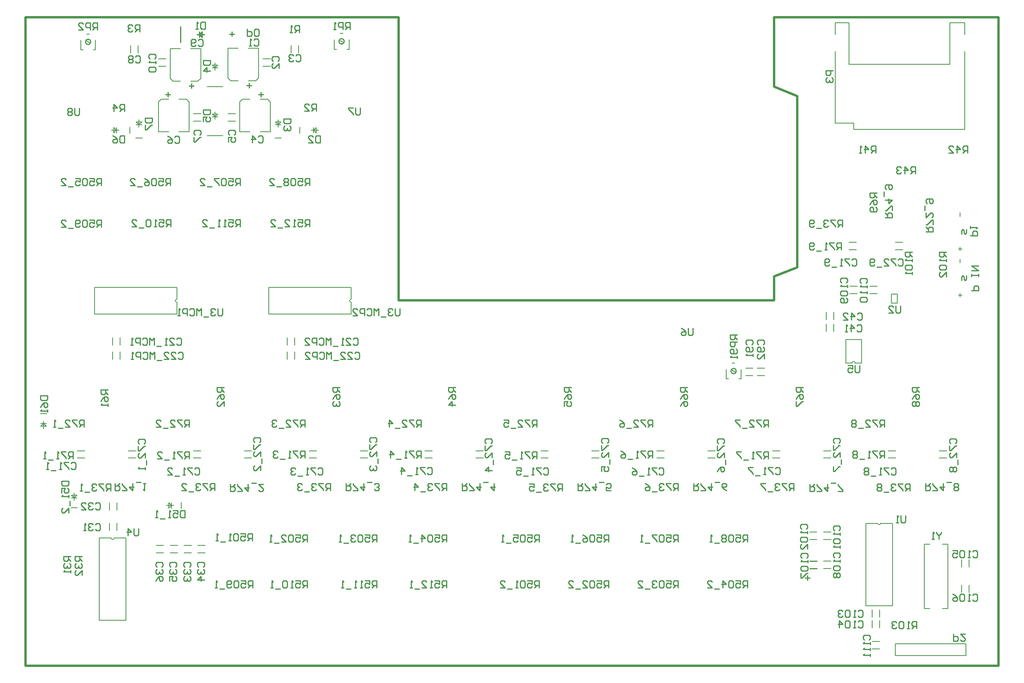
<source format=gbo>
%FSLAX25Y25*%
%MOIN*%
G70*
G01*
G75*
G04 Layer_Color=32896*
%ADD10C,0.01181*%
%ADD11C,0.00787*%
%ADD12C,0.01575*%
%ADD13C,0.01000*%
%ADD14C,0.01969*%
%ADD15C,0.03543*%
%ADD16C,0.01575*%
%ADD17C,0.11811*%
%ADD18C,0.15748*%
%ADD19C,0.06299*%
%ADD20C,0.04724*%
%ADD21R,0.09449X0.12598*%
%ADD22C,0.05906*%
%ADD23R,0.05906X0.05906*%
%ADD24C,0.07874*%
%ADD25C,0.02362*%
%ADD26C,0.03150*%
%ADD27C,0.05000*%
%ADD28R,0.06890X0.13386*%
%ADD29R,0.06693X0.04921*%
%ADD30R,0.04921X0.06693*%
%ADD31R,0.04803X0.03583*%
%ADD32R,0.03583X0.04803*%
%ADD33R,0.07874X0.02362*%
%ADD34O,0.07874X0.02362*%
%ADD35R,0.07874X0.21654*%
%ADD36R,0.02756X0.09843*%
%ADD37R,0.02559X0.13780*%
%ADD38R,0.04331X0.14921*%
%ADD39R,0.10630X0.11811*%
%ADD40R,0.03937X0.01181*%
%ADD41O,0.03937X0.01181*%
%ADD42R,0.06299X0.06299*%
%ADD43R,0.04331X0.06299*%
%ADD44O,0.02362X0.07874*%
%ADD45R,0.02362X0.07874*%
%ADD46R,0.13386X0.06890*%
%ADD47R,0.06575X0.06496*%
%ADD48R,0.06496X0.06575*%
%ADD49R,0.06299X0.12598*%
%ADD50R,0.33465X0.41732*%
%ADD51R,0.13386X0.03937*%
%ADD52C,0.02362*%
%ADD53C,0.11811*%
%ADD54C,0.04343*%
%ADD55C,0.02375*%
%ADD56C,0.12611*%
%ADD57C,0.16548*%
%ADD58C,0.07099*%
%ADD59C,0.05524*%
%ADD60R,0.10249X0.13398*%
%ADD61C,0.06706*%
%ADD62R,0.06706X0.06706*%
%ADD63C,0.08674*%
%ADD64C,0.03162*%
%ADD65C,0.03950*%
%ADD66C,0.05800*%
%ADD67R,0.07690X0.14186*%
%ADD68R,0.07493X0.05721*%
%ADD69R,0.05721X0.07493*%
%ADD70R,0.05603X0.04383*%
%ADD71R,0.04383X0.05603*%
%ADD72R,0.08674X0.03162*%
%ADD73O,0.08674X0.03162*%
%ADD74R,0.08674X0.22453*%
%ADD75R,0.03556X0.10642*%
%ADD76R,0.03359X0.14579*%
%ADD77R,0.05131X0.15721*%
%ADD78R,0.11430X0.12611*%
%ADD79R,0.04737X0.01981*%
%ADD80O,0.04737X0.01981*%
%ADD81R,0.07099X0.07099*%
%ADD82R,0.05131X0.07099*%
%ADD83O,0.03162X0.08674*%
%ADD84R,0.03162X0.08674*%
%ADD85R,0.14186X0.07690*%
%ADD86R,0.07375X0.07296*%
%ADD87R,0.07296X0.07375*%
%ADD88R,0.07099X0.13398*%
%ADD89R,0.34265X0.42532*%
%ADD90R,0.14186X0.04737*%
D11*
X72766Y108406D02*
G03*
X75266Y108406I1250J0D01*
G01*
X723947Y121004D02*
G03*
X726447Y121004I1250J0D01*
G01*
X737697Y315945D02*
G03*
X738681Y315945I492J0D01*
G01*
X704793Y257343D02*
G03*
X702293Y257343I-1250J0D01*
G01*
X276516Y311486D02*
G03*
X276516Y308986I0J-1250D01*
G01*
X128484Y311486D02*
G03*
X128484Y308986I0J-1250D01*
G01*
X111024Y95768D02*
X117323D01*
X111024Y102067D02*
X117323D01*
X122835Y95768D02*
X129134D01*
X122835Y102067D02*
X129134D01*
X134646Y95768D02*
X140945D01*
X134646Y102067D02*
X140945D01*
X146457Y95768D02*
X152756D01*
X146457Y102067D02*
X152756D01*
X733071Y182677D02*
X739370D01*
X733071Y176378D02*
X739370D01*
X776378D02*
X782677D01*
X776378Y182677D02*
X782677D01*
X634646D02*
X640945D01*
X634646Y176378D02*
X640945D01*
X677953D02*
X684252D01*
X677953Y182677D02*
X684252D01*
X536221D02*
X542520D01*
X536221Y176378D02*
X542520D01*
X579528D02*
X585827D01*
X579528Y182677D02*
X585827D01*
X437795D02*
X444095D01*
X437795Y176378D02*
X444095D01*
X481102D02*
X487402D01*
X481102Y182677D02*
X487402D01*
X382677Y176378D02*
X388977D01*
X382677Y182677D02*
X388977D01*
X339370D02*
X345670D01*
X339370Y176378D02*
X345670D01*
X240945Y182677D02*
X247244D01*
X240945Y176378D02*
X247244D01*
X284252D02*
X290551D01*
X284252Y182677D02*
X290551D01*
X185827Y176378D02*
X192126D01*
X185827Y182677D02*
X192126D01*
X142520D02*
X148819D01*
X142520Y176378D02*
X148819D01*
X38583Y134252D02*
X44094D01*
X41339Y140551D02*
Y146850D01*
X38976Y142520D02*
X43701D01*
X41339D02*
X43701Y144882D01*
X38976D02*
X43701D01*
X38976D02*
X40945Y142913D01*
X87402Y176378D02*
X93701D01*
X87402Y182677D02*
X93701D01*
X44094D02*
X50394D01*
X44094Y176378D02*
X50394D01*
X12598Y214173D02*
X18110D01*
X15355Y201575D02*
Y207874D01*
X12992Y205906D02*
X17717D01*
X12992Y203543D02*
X15355Y205906D01*
X12992Y203543D02*
X17717D01*
X15748Y205512D02*
X17717Y203543D01*
X132283Y133465D02*
Y138977D01*
X119685Y136221D02*
X125984D01*
X124016Y133859D02*
Y138583D01*
X121654D02*
X124016Y136221D01*
X121654Y133859D02*
Y138583D01*
Y133859D02*
X123622Y135827D01*
X75266Y108406D02*
X85295D01*
X62736D02*
X72766D01*
X62736Y38406D02*
Y108406D01*
Y38406D02*
X85295D01*
Y108406D01*
X71260Y132284D02*
Y138583D01*
X77559Y132284D02*
Y138583D01*
X71260Y114961D02*
Y121260D01*
X77559Y114961D02*
Y121260D01*
X677953Y107087D02*
X684252D01*
X677953Y113386D02*
X684252D01*
X666142Y107087D02*
X672441D01*
X666142Y113386D02*
X672441D01*
X677953Y88878D02*
X684252D01*
X677953Y82579D02*
X684252D01*
X801575Y62205D02*
Y68504D01*
X795276Y62205D02*
Y68504D01*
X801575Y83859D02*
Y90158D01*
X795276Y83859D02*
Y90158D01*
X763780Y48622D02*
Y103347D01*
Y48622D02*
X768209D01*
X763780Y103347D02*
X768209D01*
X779035Y48622D02*
X783465D01*
X779035Y103347D02*
X783465D01*
Y48622D02*
Y103347D01*
X726447Y121004D02*
X736477D01*
X713917D02*
X723947D01*
X713917Y51004D02*
Y121004D01*
Y51004D02*
X736477D01*
Y121004D01*
X719291Y41339D02*
Y47638D01*
X725591Y41339D02*
Y47638D01*
X719291Y32284D02*
Y38583D01*
X725591Y32284D02*
Y38583D01*
X719291Y20473D02*
X725591D01*
X719291Y14173D02*
X725591D01*
X738976Y353543D02*
X745276D01*
X738976Y359843D02*
X745276D01*
X699606D02*
X705906D01*
X699606Y353543D02*
X705906D01*
X798032Y536614D02*
Y546457D01*
X785433D02*
X798032D01*
X785433Y519685D02*
Y546457D01*
Y511024D02*
Y519685D01*
X765354Y511024D02*
X785433D01*
X754725D02*
X765354D01*
X737008D02*
X754725D01*
X699606D02*
X737008D01*
X699606D02*
Y546457D01*
X687795D02*
X699606D01*
X687795Y536614D02*
Y546457D01*
Y461024D02*
Y522047D01*
Y461024D02*
X703543D01*
Y455906D02*
Y461024D01*
Y455906D02*
X703937D01*
X798032D02*
Y522047D01*
X703543Y455906D02*
X798032D01*
X700394Y322441D02*
X706693D01*
X700394Y316142D02*
X706693D01*
X717323Y322441D02*
X723622D01*
X717323Y316142D02*
X723622D01*
X738681Y315945D02*
X740748D01*
X735630D02*
X737697D01*
X735630Y308071D02*
Y315945D01*
Y308071D02*
X740748D01*
Y315945D01*
X696851Y257343D02*
Y264449D01*
Y274449D02*
Y277343D01*
Y264449D02*
Y274449D01*
Y277343D02*
X710236D01*
Y257343D02*
Y277343D01*
X704793Y257343D02*
X710236D01*
X696851D02*
X702293D01*
X686614Y284252D02*
Y290551D01*
X680315Y284252D02*
Y290551D01*
X686614Y294095D02*
Y300394D01*
X680315Y294095D02*
Y300394D01*
X595276Y243701D02*
Y251969D01*
X607874Y243701D02*
Y251969D01*
X595276Y243701D02*
X597244D01*
X605906D02*
X607874D01*
X600394Y257087D02*
X602756D01*
X599525Y251558D02*
X603558Y249229D01*
X611811Y252756D02*
X618110D01*
X611811Y246457D02*
X618110D01*
X621654Y252756D02*
X627953D01*
X621654Y246457D02*
X627953D01*
X222441Y260630D02*
Y266929D01*
X228740Y260630D02*
Y266929D01*
X222441Y272441D02*
Y278740D01*
X228740Y272441D02*
Y278740D01*
X74016Y260630D02*
Y266929D01*
X80315Y260630D02*
Y266929D01*
X74016Y272441D02*
Y278740D01*
X80315Y272441D02*
Y278740D01*
X206516Y298957D02*
X276516D01*
X206516D02*
Y321516D01*
X276516D01*
Y311486D02*
Y321516D01*
Y298957D02*
Y308986D01*
X58484Y298957D02*
X128484D01*
X58484D02*
Y321516D01*
X128484D01*
Y311486D02*
Y321516D01*
Y298957D02*
Y308986D01*
X154331Y450394D02*
X167717D01*
X161024Y464567D02*
Y470866D01*
X158661Y466536D02*
X163386D01*
X161024D02*
X163386Y468898D01*
X158661D02*
X160630Y466929D01*
X158661Y468898D02*
X163386D01*
X172047Y469292D02*
X178347D01*
X172047Y462992D02*
X178347D01*
X142520Y469292D02*
X148819D01*
X142520Y462992D02*
X148819D01*
X201575Y509449D02*
X207874D01*
X201575Y515748D02*
X207874D01*
X212205Y462205D02*
X214173Y460236D01*
X212205Y462205D02*
X216929D01*
X214567Y459842D02*
X216929Y462205D01*
X212205Y459842D02*
X216929D01*
X214567Y457874D02*
Y464173D01*
X211811Y448425D02*
X217323D01*
X244882Y455512D02*
X246850Y457480D01*
Y452756D02*
Y457480D01*
X244488Y455118D02*
X246850Y452756D01*
X244488D02*
Y457480D01*
X242520Y455118D02*
X248819D01*
X233071Y452362D02*
Y457874D01*
X199213Y453937D02*
X207874D01*
X181890D02*
X190551D01*
X184252Y481496D02*
X190551D01*
X181890Y479134D02*
X184252Y481496D01*
X181890Y453937D02*
Y479134D01*
X207874Y453937D02*
Y479134D01*
X205512Y481496D02*
X207874Y479134D01*
X199213Y481496D02*
X205512D01*
X172047Y524803D02*
X180709D01*
X189370D02*
X198031D01*
X189370Y497244D02*
X195669D01*
X198031Y499607D01*
Y524803D01*
X172047Y499607D02*
Y524803D01*
Y499607D02*
X174409Y497244D01*
X180709D01*
X231890Y520866D02*
Y527166D01*
X225590Y520866D02*
Y527166D01*
X262205Y524016D02*
Y532284D01*
X274803Y524016D02*
Y532284D01*
X262205Y524016D02*
X264173D01*
X272835D02*
X274803D01*
X267323Y537402D02*
X269685D01*
X266454Y531873D02*
X270488Y529544D01*
X122835Y524410D02*
X131496D01*
X140157D02*
X148819D01*
X140157Y496851D02*
X146457D01*
X148819Y499213D01*
Y524410D01*
X122835Y499213D02*
Y524410D01*
Y499213D02*
X125197Y496851D01*
X131496D01*
X739094Y18386D02*
X799094D01*
X739094Y8386D02*
X799094D01*
X739094D02*
Y18386D01*
X799094Y8386D02*
Y18386D01*
X46850Y523622D02*
Y531890D01*
X59449Y523622D02*
Y531890D01*
X46850Y523622D02*
X48819D01*
X57480D02*
X59449D01*
X51968Y537008D02*
X54331D01*
X51099Y531480D02*
X55133Y529151D01*
X89370Y520866D02*
Y527165D01*
X95670Y520866D02*
Y527165D01*
X112992Y509449D02*
X119291D01*
X112992Y515748D02*
X119291D01*
X130315Y453937D02*
X138977D01*
X112992D02*
X121654D01*
X115355Y481496D02*
X121654D01*
X112992Y479134D02*
X115355Y481496D01*
X112992Y453937D02*
Y479134D01*
X138977Y453937D02*
Y479134D01*
X136614Y481496D02*
X138977Y479134D01*
X130315Y481496D02*
X136614D01*
X94094Y462205D02*
X96063Y460236D01*
X94094Y462205D02*
X98819D01*
X96457Y459842D02*
X98819Y462205D01*
X94094Y459842D02*
X98819D01*
X96457Y457874D02*
Y464173D01*
X93701Y448425D02*
X99213D01*
X74803Y452756D02*
X76772Y454725D01*
X74803Y452756D02*
Y457480D01*
X77166Y455118D01*
Y452756D02*
Y457480D01*
X72835Y455118D02*
X79134D01*
X88583Y452362D02*
Y457874D01*
X154331Y492126D02*
X167717D01*
X161024Y506299D02*
Y512599D01*
X158661Y508268D02*
X163386D01*
X161024D02*
X163386Y510630D01*
X158661D02*
X160630Y508662D01*
X158661Y510630D02*
X163386D01*
X794095Y381890D02*
Y385040D01*
Y352756D02*
Y355906D01*
X792520Y354331D02*
X795669D01*
X794095Y342520D02*
Y345670D01*
Y313386D02*
Y316536D01*
X792520Y314961D02*
X795669D01*
D13*
X603870Y250394D02*
G03*
X603870Y250394I-2296J0D01*
G01*
X270800Y530709D02*
G03*
X270800Y530709I-2296J0D01*
G01*
X55445Y530315D02*
G03*
X55445Y530315I-2296J0D01*
G01*
X173228Y537008D02*
X177165D01*
X175197Y535039D02*
Y538976D01*
X150000Y534252D02*
Y538976D01*
X148031Y537008D02*
X150000Y538976D01*
X147638Y536614D02*
X150000Y534252D01*
X147638D02*
Y538976D01*
X145669Y536614D02*
X151969D01*
X131496Y529921D02*
Y543307D01*
X666142Y82579D02*
X672441D01*
X666142Y88878D02*
X672441D01*
X188189Y541339D02*
Y535340D01*
X191188D01*
X192188Y536340D01*
Y538340D01*
X191188Y539339D01*
X188189D01*
X194187Y536340D02*
X195187Y535340D01*
X197186D01*
X198186Y536340D01*
Y540339D01*
X197186Y541339D01*
X195187D01*
X194187Y540339D01*
Y536340D01*
X152756Y547337D02*
Y541339D01*
X149757D01*
X148757Y542338D01*
Y546337D01*
X149757Y547337D01*
X152756D01*
X146758Y541339D02*
X144758D01*
X145758D01*
Y547337D01*
X146758Y546337D01*
X566929Y286707D02*
Y281708D01*
X565929Y280709D01*
X563930D01*
X562930Y281708D01*
Y286707D01*
X556932D02*
X558932Y285707D01*
X560931Y283708D01*
Y281708D01*
X559931Y280709D01*
X557932D01*
X556932Y281708D01*
Y282708D01*
X557932Y283708D01*
X560931D01*
X747638Y127652D02*
Y122653D01*
X746638Y121653D01*
X744639D01*
X743639Y122653D01*
Y127652D01*
X741640Y121653D02*
X739640D01*
X740640D01*
Y127652D01*
X741640Y126652D01*
X685827Y505905D02*
X679829D01*
Y502907D01*
X680828Y501907D01*
X682828D01*
X683827Y502907D01*
Y505905D01*
X680828Y499907D02*
X679829Y498908D01*
Y496908D01*
X680828Y495909D01*
X681828D01*
X682828Y496908D01*
Y497908D01*
Y496908D01*
X683827Y495909D01*
X684827D01*
X685827Y496908D01*
Y498908D01*
X684827Y499907D01*
X194033Y531770D02*
X195033Y532770D01*
X197032D01*
X198031Y531770D01*
Y527771D01*
X197032Y526772D01*
X195033D01*
X194033Y527771D01*
X192033Y526772D02*
X190034D01*
X191034D01*
Y532770D01*
X192033Y531770D01*
X210356Y513718D02*
X209356Y514717D01*
Y516717D01*
X210356Y517717D01*
X214355D01*
X215354Y516717D01*
Y514717D01*
X214355Y513718D01*
X215354Y507720D02*
Y511719D01*
X211356Y507720D01*
X210356D01*
X209356Y508719D01*
Y510719D01*
X210356Y511719D01*
X229466Y518384D02*
X230466Y519384D01*
X232465D01*
X233465Y518384D01*
Y514386D01*
X232465Y513386D01*
X230466D01*
X229466Y514386D01*
X227467Y518384D02*
X226467Y519384D01*
X224467D01*
X223468Y518384D01*
Y517384D01*
X224467Y516385D01*
X225467D01*
X224467D01*
X223468Y515385D01*
Y514386D01*
X224467Y513386D01*
X226467D01*
X227467Y514386D01*
X197576Y449487D02*
X198576Y450486D01*
X200575D01*
X201575Y449487D01*
Y445488D01*
X200575Y444488D01*
X198576D01*
X197576Y445488D01*
X192578Y444488D02*
Y450486D01*
X195577Y447487D01*
X191578D01*
X173348Y451119D02*
X172348Y452119D01*
Y454118D01*
X173348Y455118D01*
X177347D01*
X178347Y454118D01*
Y452119D01*
X177347Y451119D01*
X172348Y445121D02*
Y449120D01*
X175347D01*
X174348Y447121D01*
Y446121D01*
X175347Y445121D01*
X177347D01*
X178347Y446121D01*
Y448120D01*
X177347Y449120D01*
X126710Y449093D02*
X127710Y450093D01*
X129709D01*
X130709Y449093D01*
Y445094D01*
X129709Y444095D01*
X127710D01*
X126710Y445094D01*
X120712Y450093D02*
X122711Y449093D01*
X124711Y447093D01*
Y445094D01*
X123711Y444095D01*
X121712D01*
X120712Y445094D01*
Y446094D01*
X121712Y447093D01*
X124711D01*
X143821Y451119D02*
X142821Y452119D01*
Y454118D01*
X143821Y455118D01*
X147819D01*
X148819Y454118D01*
Y452119D01*
X147819Y451119D01*
X142821Y449120D02*
Y445121D01*
X143821D01*
X147819Y449120D01*
X148819D01*
X93246Y517597D02*
X94245Y518597D01*
X96245D01*
X97244Y517597D01*
Y513598D01*
X96245Y512599D01*
X94245D01*
X93246Y513598D01*
X91246Y517597D02*
X90246Y518597D01*
X88247D01*
X87247Y517597D01*
Y516597D01*
X88247Y515598D01*
X87247Y514598D01*
Y513598D01*
X88247Y512599D01*
X90246D01*
X91246Y513598D01*
Y514598D01*
X90246Y515598D01*
X91246Y516597D01*
Y517597D01*
X90246Y515598D02*
X88247D01*
X146789Y531376D02*
X147788Y532376D01*
X149788D01*
X150787Y531376D01*
Y527378D01*
X149788Y526378D01*
X147788D01*
X146789Y527378D01*
X144789D02*
X143790Y526378D01*
X141790D01*
X140791Y527378D01*
Y531376D01*
X141790Y532376D01*
X143790D01*
X144789Y531376D01*
Y530377D01*
X143790Y529377D01*
X140791D01*
X105632Y515687D02*
X104632Y516686D01*
Y518685D01*
X105632Y519685D01*
X109630D01*
X110630Y518685D01*
Y516686D01*
X109630Y515687D01*
X110630Y513687D02*
Y511688D01*
Y512687D01*
X104632D01*
X105632Y513687D01*
Y508689D02*
X104632Y507689D01*
Y505690D01*
X105632Y504690D01*
X109630D01*
X110630Y505690D01*
Y507689D01*
X109630Y508689D01*
X105632D01*
X128285Y277439D02*
X129284Y278439D01*
X131284D01*
X132283Y277439D01*
Y273441D01*
X131284Y272441D01*
X129284D01*
X128285Y273441D01*
X122287Y272441D02*
X126285D01*
X122287Y276440D01*
Y277439D01*
X123286Y278439D01*
X125286D01*
X126285Y277439D01*
X120287Y272441D02*
X118288D01*
X119288D01*
Y278439D01*
X120287Y277439D01*
X115289Y271441D02*
X111290D01*
X109291Y272441D02*
Y278439D01*
X107292Y276440D01*
X105292Y278439D01*
Y272441D01*
X99294Y277439D02*
X100294Y278439D01*
X102293D01*
X103293Y277439D01*
Y273441D01*
X102293Y272441D01*
X100294D01*
X99294Y273441D01*
X97295Y272441D02*
Y278439D01*
X94296D01*
X93296Y277439D01*
Y275440D01*
X94296Y274440D01*
X97295D01*
X91297Y272441D02*
X89297D01*
X90297D01*
Y278439D01*
X91297Y277439D01*
X278285D02*
X279284Y278439D01*
X281284D01*
X282283Y277439D01*
Y273441D01*
X281284Y272441D01*
X279284D01*
X278285Y273441D01*
X272287Y272441D02*
X276285D01*
X272287Y276440D01*
Y277439D01*
X273286Y278439D01*
X275286D01*
X276285Y277439D01*
X270287Y272441D02*
X268288D01*
X269288D01*
Y278439D01*
X270287Y277439D01*
X265289Y271441D02*
X261290D01*
X259291Y272441D02*
Y278439D01*
X257292Y276440D01*
X255292Y278439D01*
Y272441D01*
X249294Y277439D02*
X250294Y278439D01*
X252293D01*
X253293Y277439D01*
Y273441D01*
X252293Y272441D01*
X250294D01*
X249294Y273441D01*
X247295Y272441D02*
Y278439D01*
X244296D01*
X243296Y277439D01*
Y275440D01*
X244296Y274440D01*
X247295D01*
X237298Y272441D02*
X241297D01*
X237298Y276440D01*
Y277439D01*
X238298Y278439D01*
X240297D01*
X241297Y277439D01*
X129466Y265628D02*
X130465Y266628D01*
X132465D01*
X133465Y265628D01*
Y261630D01*
X132465Y260630D01*
X130465D01*
X129466Y261630D01*
X123468Y260630D02*
X127466D01*
X123468Y264629D01*
Y265628D01*
X124468Y266628D01*
X126467D01*
X127466Y265628D01*
X117470Y260630D02*
X121468D01*
X117470Y264629D01*
Y265628D01*
X118469Y266628D01*
X120469D01*
X121468Y265628D01*
X115470Y259630D02*
X111472D01*
X109472Y260630D02*
Y266628D01*
X107473Y264629D01*
X105474Y266628D01*
Y260630D01*
X99476Y265628D02*
X100475Y266628D01*
X102475D01*
X103474Y265628D01*
Y261630D01*
X102475Y260630D01*
X100475D01*
X99476Y261630D01*
X97476Y260630D02*
Y266628D01*
X94477D01*
X93477Y265628D01*
Y263629D01*
X94477Y262629D01*
X97476D01*
X91478Y260630D02*
X89479D01*
X90478D01*
Y266628D01*
X91478Y265628D01*
X279466D02*
X280466Y266628D01*
X282465D01*
X283465Y265628D01*
Y261630D01*
X282465Y260630D01*
X280466D01*
X279466Y261630D01*
X273468Y260630D02*
X277467D01*
X273468Y264629D01*
Y265628D01*
X274467Y266628D01*
X276467D01*
X277467Y265628D01*
X267470Y260630D02*
X271468D01*
X267470Y264629D01*
Y265628D01*
X268469Y266628D01*
X270469D01*
X271468Y265628D01*
X265470Y259630D02*
X261472D01*
X259472Y260630D02*
Y266628D01*
X257473Y264629D01*
X255474Y266628D01*
Y260630D01*
X249476Y265628D02*
X250475Y266628D01*
X252475D01*
X253474Y265628D01*
Y261630D01*
X252475Y260630D01*
X250475D01*
X249476Y261630D01*
X247476Y260630D02*
Y266628D01*
X244477D01*
X243478Y265628D01*
Y263629D01*
X244477Y262629D01*
X247476D01*
X237479Y260630D02*
X241478D01*
X237479Y264629D01*
Y265628D01*
X238479Y266628D01*
X240478D01*
X241478Y265628D01*
X59387Y119959D02*
X60387Y120959D01*
X62386D01*
X63386Y119959D01*
Y115960D01*
X62386Y114961D01*
X60387D01*
X59387Y115960D01*
X57388Y119959D02*
X56388Y120959D01*
X54389D01*
X53389Y119959D01*
Y118959D01*
X54389Y117960D01*
X55388D01*
X54389D01*
X53389Y116960D01*
Y115960D01*
X54389Y114961D01*
X56388D01*
X57388Y115960D01*
X51390Y114961D02*
X49390D01*
X50390D01*
Y120959D01*
X51390Y119959D01*
X59387Y137675D02*
X60387Y138675D01*
X62386D01*
X63386Y137675D01*
Y133677D01*
X62386Y132677D01*
X60387D01*
X59387Y133677D01*
X57388Y137675D02*
X56388Y138675D01*
X54389D01*
X53389Y137675D01*
Y136676D01*
X54389Y135676D01*
X55388D01*
X54389D01*
X53389Y134677D01*
Y133677D01*
X54389Y132677D01*
X56388D01*
X57388Y133677D01*
X47391Y132677D02*
X51390D01*
X47391Y136676D01*
Y137675D01*
X48391Y138675D01*
X50390D01*
X51390Y137675D01*
X135159Y83797D02*
X134159Y84796D01*
Y86796D01*
X135159Y87795D01*
X139158D01*
X140157Y86796D01*
Y84796D01*
X139158Y83797D01*
X135159Y81797D02*
X134159Y80797D01*
Y78798D01*
X135159Y77798D01*
X136159D01*
X137158Y78798D01*
Y79798D01*
Y78798D01*
X138158Y77798D01*
X139158D01*
X140157Y78798D01*
Y80797D01*
X139158Y81797D01*
X135159Y75799D02*
X134159Y74800D01*
Y72800D01*
X135159Y71801D01*
X136159D01*
X137158Y72800D01*
Y73800D01*
Y72800D01*
X138158Y71801D01*
X139158D01*
X140157Y72800D01*
Y74800D01*
X139158Y75799D01*
X146970Y83797D02*
X145970Y84796D01*
Y86796D01*
X146970Y87795D01*
X150969D01*
X151969Y86796D01*
Y84796D01*
X150969Y83797D01*
X146970Y81797D02*
X145970Y80797D01*
Y78798D01*
X146970Y77798D01*
X147970D01*
X148969Y78798D01*
Y79798D01*
Y78798D01*
X149969Y77798D01*
X150969D01*
X151969Y78798D01*
Y80797D01*
X150969Y81797D01*
X151969Y72800D02*
X145970D01*
X148969Y75799D01*
Y71801D01*
X123348Y83797D02*
X122348Y84796D01*
Y86796D01*
X123348Y87795D01*
X127347D01*
X128347Y86796D01*
Y84796D01*
X127347Y83797D01*
X123348Y81797D02*
X122348Y80797D01*
Y78798D01*
X123348Y77798D01*
X124348D01*
X125347Y78798D01*
Y79798D01*
Y78798D01*
X126347Y77798D01*
X127347D01*
X128347Y78798D01*
Y80797D01*
X127347Y81797D01*
X122348Y71801D02*
Y75799D01*
X125347D01*
X124348Y73800D01*
Y72800D01*
X125347Y71801D01*
X127347D01*
X128347Y72800D01*
Y74800D01*
X127347Y75799D01*
X111537Y83797D02*
X110537Y84796D01*
Y86796D01*
X111537Y87795D01*
X115536D01*
X116535Y86796D01*
Y84796D01*
X115536Y83797D01*
X111537Y81797D02*
X110537Y80797D01*
Y78798D01*
X111537Y77798D01*
X112537D01*
X113536Y78798D01*
Y79798D01*
Y78798D01*
X114536Y77798D01*
X115536D01*
X116535Y78798D01*
Y80797D01*
X115536Y81797D01*
X110537Y71801D02*
X111537Y73800D01*
X113536Y75799D01*
X115536D01*
X116535Y74800D01*
Y72800D01*
X115536Y71801D01*
X114536D01*
X113536Y72800D01*
Y75799D01*
X706238Y288857D02*
X707237Y289856D01*
X709236D01*
X710236Y288857D01*
Y284858D01*
X709236Y283858D01*
X707237D01*
X706238Y284858D01*
X701239Y283858D02*
Y289856D01*
X704238Y286857D01*
X700240D01*
X698240Y283858D02*
X696241D01*
X697240D01*
Y289856D01*
X698240Y288857D01*
X706631Y298699D02*
X707631Y299699D01*
X709630D01*
X710630Y298699D01*
Y294701D01*
X709630Y293701D01*
X707631D01*
X706631Y294701D01*
X701633Y293701D02*
Y299699D01*
X704632Y296700D01*
X700633D01*
X694635Y293701D02*
X698634D01*
X694635Y297699D01*
Y298699D01*
X695635Y299699D01*
X697634D01*
X698634Y298699D01*
X38521Y171927D02*
X39521Y172927D01*
X41520D01*
X42520Y171927D01*
Y167929D01*
X41520Y166929D01*
X39521D01*
X38521Y167929D01*
X36522Y172927D02*
X32523D01*
Y171927D01*
X36522Y167929D01*
Y166929D01*
X30524D02*
X28524D01*
X29524D01*
Y172927D01*
X30524Y171927D01*
X25525Y165929D02*
X21527D01*
X19527Y166929D02*
X17528D01*
X18527D01*
Y172927D01*
X19527Y171927D01*
X143639Y167203D02*
X144639Y168203D01*
X146638D01*
X147638Y167203D01*
Y163204D01*
X146638Y162205D01*
X144639D01*
X143639Y163204D01*
X141640Y168203D02*
X137641D01*
Y167203D01*
X141640Y163204D01*
Y162205D01*
X135642D02*
X133642D01*
X134642D01*
Y168203D01*
X135642Y167203D01*
X130643Y161205D02*
X126645D01*
X120647Y162205D02*
X124645D01*
X120647Y166203D01*
Y167203D01*
X121646Y168203D01*
X123646D01*
X124645Y167203D01*
X248363D02*
X249363Y168203D01*
X251362D01*
X252362Y167203D01*
Y163204D01*
X251362Y162205D01*
X249363D01*
X248363Y163204D01*
X246364Y168203D02*
X242365D01*
Y167203D01*
X246364Y163204D01*
Y162205D01*
X240366D02*
X238367D01*
X239366D01*
Y168203D01*
X240366Y167203D01*
X235368Y161205D02*
X231369D01*
X229370Y167203D02*
X228370Y168203D01*
X226371D01*
X225371Y167203D01*
Y166203D01*
X226371Y165204D01*
X227370D01*
X226371D01*
X225371Y164204D01*
Y163204D01*
X226371Y162205D01*
X228370D01*
X229370Y163204D01*
X341277Y167597D02*
X342277Y168596D01*
X344276D01*
X345276Y167597D01*
Y163598D01*
X344276Y162598D01*
X342277D01*
X341277Y163598D01*
X339278Y168596D02*
X335279D01*
Y167597D01*
X339278Y163598D01*
Y162598D01*
X333279D02*
X331280D01*
X332280D01*
Y168596D01*
X333279Y167597D01*
X328281Y161599D02*
X324282D01*
X319284Y162598D02*
Y168596D01*
X322283Y165597D01*
X318284D01*
X440096Y167203D02*
X441095Y168203D01*
X443095D01*
X444095Y167203D01*
Y163204D01*
X443095Y162205D01*
X441095D01*
X440096Y163204D01*
X438096Y168203D02*
X434098D01*
Y167203D01*
X438096Y163204D01*
Y162205D01*
X432098D02*
X430099D01*
X431099D01*
Y168203D01*
X432098Y167203D01*
X427100Y161205D02*
X423101D01*
X417103Y168203D02*
X421102D01*
Y165204D01*
X419103Y166203D01*
X418103D01*
X417103Y165204D01*
Y163204D01*
X418103Y162205D01*
X420102D01*
X421102Y163204D01*
X538127Y167203D02*
X539127Y168203D01*
X541126D01*
X542126Y167203D01*
Y163204D01*
X541126Y162205D01*
X539127D01*
X538127Y163204D01*
X536128Y168203D02*
X532129D01*
Y167203D01*
X536128Y163204D01*
Y162205D01*
X530130D02*
X528130D01*
X529130D01*
Y168203D01*
X530130Y167203D01*
X525132Y161205D02*
X521133D01*
X515135Y168203D02*
X517134Y167203D01*
X519133Y165204D01*
Y163204D01*
X518134Y162205D01*
X516134D01*
X515135Y163204D01*
Y164204D01*
X516134Y165204D01*
X519133D01*
X636946Y167597D02*
X637946Y168596D01*
X639945D01*
X640945Y167597D01*
Y163598D01*
X639945Y162598D01*
X637946D01*
X636946Y163598D01*
X634947Y168596D02*
X630948D01*
Y167597D01*
X634947Y163598D01*
Y162598D01*
X628949D02*
X626949D01*
X627949D01*
Y168596D01*
X628949Y167597D01*
X623950Y161599D02*
X619952D01*
X617952Y168596D02*
X613954D01*
Y167597D01*
X617952Y163598D01*
Y162598D01*
X735371Y167203D02*
X736371Y168203D01*
X738370D01*
X739370Y167203D01*
Y163204D01*
X738370Y162205D01*
X736371D01*
X735371Y163204D01*
X733372Y168203D02*
X729373D01*
Y167203D01*
X733372Y163204D01*
Y162205D01*
X727374D02*
X725375D01*
X726374D01*
Y168203D01*
X727374Y167203D01*
X722376Y161205D02*
X718377D01*
X716377Y167203D02*
X715378Y168203D01*
X713378D01*
X712379Y167203D01*
Y166203D01*
X713378Y165204D01*
X712379Y164204D01*
Y163204D01*
X713378Y162205D01*
X715378D01*
X716377Y163204D01*
Y164204D01*
X715378Y165204D01*
X716377Y166203D01*
Y167203D01*
X715378Y165204D02*
X713378D01*
X701907Y344762D02*
X702907Y345762D01*
X704906D01*
X705905Y344762D01*
Y340763D01*
X704906Y339764D01*
X702907D01*
X701907Y340763D01*
X699907Y345762D02*
X695909D01*
Y344762D01*
X699907Y340763D01*
Y339764D01*
X693909D02*
X691910D01*
X692910D01*
Y345762D01*
X693909Y344762D01*
X688911Y338764D02*
X684912D01*
X682913Y340763D02*
X681913Y339764D01*
X679914D01*
X678914Y340763D01*
Y344762D01*
X679914Y345762D01*
X681913D01*
X682913Y344762D01*
Y343762D01*
X681913Y342763D01*
X678914D01*
X96576Y188521D02*
X95577Y189521D01*
Y191520D01*
X96576Y192520D01*
X100575D01*
X101575Y191520D01*
Y189521D01*
X100575Y188521D01*
X95577Y186522D02*
Y182523D01*
X96576D01*
X100575Y186522D01*
X101575D01*
Y176525D02*
Y180524D01*
X97576Y176525D01*
X96576D01*
X95577Y177524D01*
Y179524D01*
X96576Y180524D01*
X102575Y174525D02*
Y170527D01*
X101575Y168527D02*
Y166528D01*
Y167528D01*
X95577D01*
X96576Y168527D01*
X194608Y189702D02*
X193608Y190702D01*
Y192701D01*
X194608Y193701D01*
X198607D01*
X199606Y192701D01*
Y190702D01*
X198607Y189702D01*
X193608Y187703D02*
Y183704D01*
X194608D01*
X198607Y187703D01*
X199606D01*
Y177706D02*
Y181705D01*
X195608Y177706D01*
X194608D01*
X193608Y178706D01*
Y180705D01*
X194608Y181705D01*
X200606Y175707D02*
Y171708D01*
X199606Y165710D02*
Y169709D01*
X195608Y165710D01*
X194608D01*
X193608Y166709D01*
Y168709D01*
X194608Y169709D01*
X293427Y189702D02*
X292427Y190702D01*
Y192701D01*
X293427Y193701D01*
X297426D01*
X298425Y192701D01*
Y190702D01*
X297426Y189702D01*
X292427Y187703D02*
Y183704D01*
X293427D01*
X297426Y187703D01*
X298425D01*
Y177706D02*
Y181705D01*
X294426Y177706D01*
X293427D01*
X292427Y178706D01*
Y180705D01*
X293427Y181705D01*
X299425Y175707D02*
Y171708D01*
X293427Y169709D02*
X292427Y168709D01*
Y166709D01*
X293427Y165710D01*
X294426D01*
X295426Y166709D01*
Y167709D01*
Y166709D01*
X296426Y165710D01*
X297426D01*
X298425Y166709D01*
Y168709D01*
X297426Y169709D01*
X391458Y188915D02*
X390459Y189914D01*
Y191914D01*
X391458Y192913D01*
X395457D01*
X396457Y191914D01*
Y189914D01*
X395457Y188915D01*
X390459Y186915D02*
Y182917D01*
X391458D01*
X395457Y186915D01*
X396457D01*
Y176919D02*
Y180917D01*
X392458Y176919D01*
X391458D01*
X390459Y177918D01*
Y179918D01*
X391458Y180917D01*
X397456Y174919D02*
Y170921D01*
X396457Y165922D02*
X390459D01*
X393458Y168921D01*
Y164922D01*
X490277Y189308D02*
X489278Y190308D01*
Y192307D01*
X490277Y193307D01*
X494276D01*
X495276Y192307D01*
Y190308D01*
X494276Y189308D01*
X489278Y187309D02*
Y183310D01*
X490277D01*
X494276Y187309D01*
X495276D01*
Y177312D02*
Y181311D01*
X491277Y177312D01*
X490277D01*
X489278Y178312D01*
Y180311D01*
X490277Y181311D01*
X496275Y175313D02*
Y171314D01*
X489278Y165316D02*
Y169315D01*
X492277D01*
X491277Y167315D01*
Y166316D01*
X492277Y165316D01*
X494276D01*
X495276Y166316D01*
Y168315D01*
X494276Y169315D01*
X588702Y188915D02*
X587703Y189914D01*
Y191914D01*
X588702Y192913D01*
X592701D01*
X593701Y191914D01*
Y189914D01*
X592701Y188915D01*
X587703Y186915D02*
Y182917D01*
X588702D01*
X592701Y186915D01*
X593701D01*
Y176919D02*
Y180917D01*
X589702Y176919D01*
X588702D01*
X587703Y177918D01*
Y179918D01*
X588702Y180917D01*
X594700Y174919D02*
Y170921D01*
X587703Y164922D02*
X588702Y166922D01*
X590702Y168921D01*
X592701D01*
X593701Y167921D01*
Y165922D01*
X592701Y164922D01*
X591701D01*
X590702Y165922D01*
Y168921D01*
X687128Y189308D02*
X686128Y190308D01*
Y192307D01*
X687128Y193307D01*
X691126D01*
X692126Y192307D01*
Y190308D01*
X691126Y189308D01*
X686128Y187309D02*
Y183310D01*
X687128D01*
X691126Y187309D01*
X692126D01*
Y177312D02*
Y181311D01*
X688127Y177312D01*
X687128D01*
X686128Y178312D01*
Y180311D01*
X687128Y181311D01*
X693126Y175313D02*
Y171314D01*
X686128Y169315D02*
Y165316D01*
X687128D01*
X691126Y169315D01*
X692126D01*
X785947Y188915D02*
X784947Y189914D01*
Y191914D01*
X785947Y192913D01*
X789945D01*
X790945Y191914D01*
Y189914D01*
X789945Y188915D01*
X784947Y186915D02*
Y182917D01*
X785947D01*
X789945Y186915D01*
X790945D01*
Y176919D02*
Y180917D01*
X786946Y176919D01*
X785947D01*
X784947Y177918D01*
Y179918D01*
X785947Y180917D01*
X791945Y174919D02*
Y170921D01*
X785947Y168921D02*
X784947Y167921D01*
Y165922D01*
X785947Y164922D01*
X786946D01*
X787946Y165922D01*
X788945Y164922D01*
X789945D01*
X790945Y165922D01*
Y167921D01*
X789945Y168921D01*
X788945D01*
X787946Y167921D01*
X786946Y168921D01*
X785947D01*
X787946Y167921D02*
Y165922D01*
X741277Y344762D02*
X742277Y345762D01*
X744276D01*
X745276Y344762D01*
Y340763D01*
X744276Y339764D01*
X742277D01*
X741277Y340763D01*
X739278Y345762D02*
X735279D01*
Y344762D01*
X739278Y340763D01*
Y339764D01*
X729281D02*
X733280D01*
X729281Y343762D01*
Y344762D01*
X730280Y345762D01*
X732280D01*
X733280Y344762D01*
X727281Y338764D02*
X723283D01*
X721283Y340763D02*
X720284Y339764D01*
X718284D01*
X717285Y340763D01*
Y344762D01*
X718284Y345762D01*
X720284D01*
X721283Y344762D01*
Y343762D01*
X720284Y342763D01*
X717285D01*
X613112Y272773D02*
X612112Y273773D01*
Y275772D01*
X613112Y276772D01*
X617111D01*
X618110Y275772D01*
Y273773D01*
X617111Y272773D01*
Y270774D02*
X618110Y269774D01*
Y267775D01*
X617111Y266775D01*
X613112D01*
X612112Y267775D01*
Y269774D01*
X613112Y270774D01*
X614112D01*
X615111Y269774D01*
Y266775D01*
X618110Y264775D02*
Y262776D01*
Y263776D01*
X612112D01*
X613112Y264775D01*
X622561Y272773D02*
X621561Y273773D01*
Y275772D01*
X622561Y276772D01*
X626559D01*
X627559Y275772D01*
Y273773D01*
X626559Y272773D01*
Y270774D02*
X627559Y269774D01*
Y267775D01*
X626559Y266775D01*
X622561D01*
X621561Y267775D01*
Y269774D01*
X622561Y270774D01*
X623560D01*
X624560Y269774D01*
Y266775D01*
X627559Y260777D02*
Y264775D01*
X623560Y260777D01*
X622561D01*
X621561Y261776D01*
Y263776D01*
X622561Y264775D01*
X687128Y114899D02*
X686128Y115899D01*
Y117898D01*
X687128Y118898D01*
X691126D01*
X692126Y117898D01*
Y115899D01*
X691126Y114899D01*
X692126Y112900D02*
Y110900D01*
Y111900D01*
X686128D01*
X687128Y112900D01*
Y107901D02*
X686128Y106902D01*
Y104902D01*
X687128Y103902D01*
X691126D01*
X692126Y104902D01*
Y106902D01*
X691126Y107901D01*
X687128D01*
X692126Y101903D02*
Y99904D01*
Y100903D01*
X686128D01*
X687128Y101903D01*
X659175Y116080D02*
X658175Y117080D01*
Y119079D01*
X659175Y120079D01*
X663173D01*
X664173Y119079D01*
Y117080D01*
X663173Y116080D01*
X664173Y114081D02*
Y112081D01*
Y113081D01*
X658175D01*
X659175Y114081D01*
Y109082D02*
X658175Y108083D01*
Y106083D01*
X659175Y105084D01*
X663173D01*
X664173Y106083D01*
Y108083D01*
X663173Y109082D01*
X659175D01*
X664173Y99085D02*
Y103084D01*
X660175Y99085D01*
X659175D01*
X658175Y100085D01*
Y102085D01*
X659175Y103084D01*
X707419Y46337D02*
X708418Y47337D01*
X710418D01*
X711417Y46337D01*
Y42338D01*
X710418Y41339D01*
X708418D01*
X707419Y42338D01*
X705419Y41339D02*
X703420D01*
X704420D01*
Y47337D01*
X705419Y46337D01*
X700421D02*
X699421Y47337D01*
X697422D01*
X696422Y46337D01*
Y42338D01*
X697422Y41339D01*
X699421D01*
X700421Y42338D01*
Y46337D01*
X694423D02*
X693423Y47337D01*
X691424D01*
X690424Y46337D01*
Y45337D01*
X691424Y44338D01*
X692423D01*
X691424D01*
X690424Y43338D01*
Y42338D01*
X691424Y41339D01*
X693423D01*
X694423Y42338D01*
X707419Y37282D02*
X708418Y38282D01*
X710418D01*
X711417Y37282D01*
Y33283D01*
X710418Y32283D01*
X708418D01*
X707419Y33283D01*
X705419Y32283D02*
X703420D01*
X704420D01*
Y38282D01*
X705419Y37282D01*
X700421D02*
X699421Y38282D01*
X697422D01*
X696422Y37282D01*
Y33283D01*
X697422Y32283D01*
X699421D01*
X700421Y33283D01*
Y37282D01*
X691424Y32283D02*
Y38282D01*
X694423Y35282D01*
X690424D01*
X804663Y96731D02*
X805662Y97730D01*
X807662D01*
X808661Y96731D01*
Y92732D01*
X807662Y91732D01*
X805662D01*
X804663Y92732D01*
X802663Y91732D02*
X800664D01*
X801664D01*
Y97730D01*
X802663Y96731D01*
X797665D02*
X796665Y97730D01*
X794666D01*
X793666Y96731D01*
Y92732D01*
X794666Y91732D01*
X796665D01*
X797665Y92732D01*
Y96731D01*
X787668Y97730D02*
X791667D01*
Y94731D01*
X789668Y95731D01*
X788668D01*
X787668Y94731D01*
Y92732D01*
X788668Y91732D01*
X790667D01*
X791667Y92732D01*
X804663Y59723D02*
X805662Y60723D01*
X807662D01*
X808661Y59723D01*
Y55724D01*
X807662Y54724D01*
X805662D01*
X804663Y55724D01*
X802663Y54724D02*
X800664D01*
X801664D01*
Y60723D01*
X802663Y59723D01*
X797665D02*
X796665Y60723D01*
X794666D01*
X793666Y59723D01*
Y55724D01*
X794666Y54724D01*
X796665D01*
X797665Y55724D01*
Y59723D01*
X787668Y60723D02*
X789668Y59723D01*
X791667Y57723D01*
Y55724D01*
X790667Y54724D01*
X788668D01*
X787668Y55724D01*
Y56724D01*
X788668Y57723D01*
X791667D01*
X687128Y91966D02*
X686128Y92965D01*
Y94965D01*
X687128Y95964D01*
X691126D01*
X692126Y94965D01*
Y92965D01*
X691126Y91966D01*
X692126Y89966D02*
Y87967D01*
Y88967D01*
X686128D01*
X687128Y89966D01*
Y84968D02*
X686128Y83968D01*
Y81969D01*
X687128Y80969D01*
X691126D01*
X692126Y81969D01*
Y83968D01*
X691126Y84968D01*
X687128D01*
Y78970D02*
X686128Y77970D01*
Y75971D01*
X687128Y74971D01*
X688127D01*
X689127Y75971D01*
X690127Y74971D01*
X691126D01*
X692126Y75971D01*
Y77970D01*
X691126Y78970D01*
X690127D01*
X689127Y77970D01*
X688127Y78970D01*
X687128D01*
X689127Y77970D02*
Y75971D01*
X693427Y325529D02*
X692427Y326529D01*
Y328528D01*
X693427Y329528D01*
X697426D01*
X698425Y328528D01*
Y326529D01*
X697426Y325529D01*
X698425Y323530D02*
Y321530D01*
Y322530D01*
X692427D01*
X693427Y323530D01*
Y318531D02*
X692427Y317531D01*
Y315532D01*
X693427Y314532D01*
X697426D01*
X698425Y315532D01*
Y317531D01*
X697426Y318531D01*
X693427D01*
X697426Y312533D02*
X698425Y311533D01*
Y309534D01*
X697426Y308534D01*
X693427D01*
X692427Y309534D01*
Y311533D01*
X693427Y312533D01*
X694426D01*
X695426Y311533D01*
Y308534D01*
X709962Y325135D02*
X708963Y326135D01*
Y328134D01*
X709962Y329134D01*
X713961D01*
X714961Y328134D01*
Y326135D01*
X713961Y325135D01*
X714961Y323136D02*
Y321136D01*
Y322136D01*
X708963D01*
X709962Y323136D01*
X714961Y318137D02*
Y316138D01*
Y317138D01*
X708963D01*
X709962Y318137D01*
Y313139D02*
X708963Y312139D01*
Y310140D01*
X709962Y309140D01*
X713961D01*
X714961Y310140D01*
Y312139D01*
X713961Y313139D01*
X709962D01*
X712718Y21985D02*
X711719Y22985D01*
Y24985D01*
X712718Y25984D01*
X716717D01*
X717717Y24985D01*
Y22985D01*
X716717Y21985D01*
X717717Y19986D02*
Y17987D01*
Y18986D01*
X711719D01*
X712718Y19986D01*
X717717Y14988D02*
Y12989D01*
Y13988D01*
X711719D01*
X712718Y14988D01*
X717717Y9989D02*
Y7990D01*
Y8990D01*
X711719D01*
X712718Y9989D01*
X250394Y450486D02*
Y444488D01*
X247395D01*
X246395Y445488D01*
Y449486D01*
X247395Y450486D01*
X250394D01*
X240397Y444488D02*
X244396D01*
X240397Y448487D01*
Y449486D01*
X241396Y450486D01*
X243396D01*
X244396Y449486D01*
X219199Y464960D02*
X225197D01*
Y461961D01*
X224197Y460962D01*
X220198D01*
X219199Y461961D01*
Y464960D01*
X220198Y458962D02*
X219199Y457963D01*
Y455963D01*
X220198Y454964D01*
X221198D01*
X222198Y455963D01*
Y456963D01*
Y455963D01*
X223197Y454964D01*
X224197D01*
X225197Y455963D01*
Y457963D01*
X224197Y458962D01*
X151089Y514567D02*
X157087D01*
Y511568D01*
X156087Y510568D01*
X152088D01*
X151089Y511568D01*
Y514567D01*
X157087Y505570D02*
X151089D01*
X154088Y508569D01*
Y504570D01*
X151089Y472441D02*
X157087D01*
Y469442D01*
X156087Y468442D01*
X152088D01*
X151089Y469442D01*
Y472441D01*
Y462444D02*
Y466443D01*
X154088D01*
X153088Y464443D01*
Y463444D01*
X154088Y462444D01*
X156087D01*
X157087Y463444D01*
Y465443D01*
X156087Y466443D01*
X83858Y450486D02*
Y444488D01*
X80859D01*
X79860Y445488D01*
Y449487D01*
X80859Y450486D01*
X83858D01*
X73861D02*
X75861Y449487D01*
X77860Y447487D01*
Y445488D01*
X76860Y444488D01*
X74861D01*
X73861Y445488D01*
Y446488D01*
X74861Y447487D01*
X77860D01*
X101482Y465354D02*
X107480D01*
Y462355D01*
X106481Y461356D01*
X102482D01*
X101482Y462355D01*
Y465354D01*
Y459356D02*
Y455358D01*
X102482D01*
X106481Y459356D01*
X107480D01*
X135433Y131982D02*
Y125984D01*
X132434D01*
X131434Y126984D01*
Y130983D01*
X132434Y131982D01*
X135433D01*
X125436D02*
X129435D01*
Y128983D01*
X127436Y129983D01*
X126436D01*
X125436Y128983D01*
Y126984D01*
X126436Y125984D01*
X128435D01*
X129435Y126984D01*
X123437Y125984D02*
X121438D01*
X122437D01*
Y131982D01*
X123437Y130983D01*
X118439Y124985D02*
X114440D01*
X112441Y125984D02*
X110441D01*
X111441D01*
Y131982D01*
X112441Y130983D01*
X30616Y156693D02*
X36614D01*
Y153694D01*
X35614Y152694D01*
X31616D01*
X30616Y153694D01*
Y156693D01*
Y146696D02*
Y150695D01*
X33615D01*
X32616Y148696D01*
Y147696D01*
X33615Y146696D01*
X35614D01*
X36614Y147696D01*
Y149695D01*
X35614Y150695D01*
X36614Y144697D02*
Y142697D01*
Y143697D01*
X30616D01*
X31616Y144697D01*
X37614Y139698D02*
Y135700D01*
X36614Y129702D02*
Y133700D01*
X32616Y129702D01*
X31616D01*
X30616Y130701D01*
Y132701D01*
X31616Y133700D01*
X12506Y229528D02*
X18504D01*
Y226529D01*
X17504Y225529D01*
X13506D01*
X12506Y226529D01*
Y229528D01*
Y219531D02*
X13506Y221530D01*
X15505Y223530D01*
X17504D01*
X18504Y222530D01*
Y220531D01*
X17504Y219531D01*
X16505D01*
X15505Y220531D01*
Y223530D01*
X18504Y217531D02*
Y215532D01*
Y216532D01*
X12506D01*
X13506Y217531D01*
X802756Y365354D02*
X808754D01*
Y368353D01*
X807754Y369353D01*
X805755D01*
X804755Y368353D01*
Y365354D01*
X802756Y371352D02*
Y373352D01*
Y372352D01*
X808754D01*
X807754Y371352D01*
X788189Y26772D02*
Y20774D01*
X791188D01*
X792188Y21774D01*
Y23773D01*
X791188Y24772D01*
X788189D01*
X798186Y26772D02*
X794187D01*
X798186Y22773D01*
Y21774D01*
X797186Y20774D01*
X795187D01*
X794187Y21774D01*
X803543Y318898D02*
X809541D01*
Y321897D01*
X808542Y322896D01*
X806542D01*
X805543Y321897D01*
Y318898D01*
X809541Y330894D02*
Y332893D01*
Y331893D01*
X803543D01*
Y330894D01*
Y332893D01*
Y335892D02*
X809541D01*
X803543Y339891D01*
X809541D01*
X232677Y538189D02*
Y544187D01*
X229678D01*
X228678Y543187D01*
Y541188D01*
X229678Y540188D01*
X232677D01*
X230678D02*
X228678Y538189D01*
X226679D02*
X224680D01*
X225679D01*
Y544187D01*
X226679Y543187D01*
X246850Y471653D02*
Y477651D01*
X243851D01*
X242852Y476652D01*
Y474652D01*
X243851Y473653D01*
X246850D01*
X244851D02*
X242852Y471653D01*
X236854D02*
X240852D01*
X236854Y475652D01*
Y476652D01*
X237853Y477651D01*
X239853D01*
X240852Y476652D01*
X96851Y538977D02*
Y544975D01*
X93851D01*
X92852Y543975D01*
Y541976D01*
X93851Y540976D01*
X96851D01*
X94851D02*
X92852Y538977D01*
X90852Y543975D02*
X89853Y544975D01*
X87853D01*
X86854Y543975D01*
Y542975D01*
X87853Y541976D01*
X88853D01*
X87853D01*
X86854Y540976D01*
Y539976D01*
X87853Y538977D01*
X89853D01*
X90852Y539976D01*
X83858Y471260D02*
Y477258D01*
X80859D01*
X79860Y476258D01*
Y474259D01*
X80859Y473259D01*
X83858D01*
X81859D02*
X79860Y471260D01*
X74861D02*
Y477258D01*
X77860Y474259D01*
X73861D01*
X38189Y92913D02*
X32191D01*
Y89914D01*
X33191Y88915D01*
X35190D01*
X36190Y89914D01*
Y92913D01*
Y90914D02*
X38189Y88915D01*
X33191Y86915D02*
X32191Y85916D01*
Y83916D01*
X33191Y82917D01*
X34190D01*
X35190Y83916D01*
Y84916D01*
Y83916D01*
X36190Y82917D01*
X37189D01*
X38189Y83916D01*
Y85916D01*
X37189Y86915D01*
X38189Y80917D02*
Y78918D01*
Y79918D01*
X32191D01*
X33191Y80917D01*
X48031Y92913D02*
X42033D01*
Y89914D01*
X43033Y88915D01*
X45033D01*
X46032Y89914D01*
Y92913D01*
Y90914D02*
X48031Y88915D01*
X43033Y86915D02*
X42033Y85916D01*
Y83916D01*
X43033Y82917D01*
X44033D01*
X45033Y83916D01*
Y84916D01*
Y83916D01*
X46032Y82917D01*
X47032D01*
X48031Y83916D01*
Y85916D01*
X47032Y86915D01*
X48031Y76919D02*
Y80917D01*
X44033Y76919D01*
X43033D01*
X42033Y77918D01*
Y79918D01*
X43033Y80917D01*
X722441Y435827D02*
Y441825D01*
X719442D01*
X718442Y440825D01*
Y438826D01*
X719442Y437826D01*
X722441D01*
X720442D02*
X718442Y435827D01*
X713444D02*
Y441825D01*
X716443Y438826D01*
X712444D01*
X710445Y435827D02*
X708446D01*
X709445D01*
Y441825D01*
X710445Y440825D01*
X800394Y435827D02*
Y441825D01*
X797395D01*
X796395Y440825D01*
Y438826D01*
X797395Y437826D01*
X800394D01*
X798394D02*
X796395Y435827D01*
X791397D02*
Y441825D01*
X794396Y438826D01*
X790397D01*
X784399Y435827D02*
X788398D01*
X784399Y439825D01*
Y440825D01*
X785398Y441825D01*
X787398D01*
X788398Y440825D01*
X755905Y418110D02*
Y424108D01*
X752907D01*
X751907Y423109D01*
Y421109D01*
X752907Y420110D01*
X755905D01*
X753906D02*
X751907Y418110D01*
X746908D02*
Y424108D01*
X749907Y421109D01*
X745909D01*
X743909Y423109D02*
X742910Y424108D01*
X740910D01*
X739911Y423109D01*
Y422109D01*
X740910Y421109D01*
X741910D01*
X740910D01*
X739911Y420110D01*
Y419110D01*
X740910Y418110D01*
X742910D01*
X743909Y419110D01*
X70079Y234646D02*
X64081D01*
Y231647D01*
X65080Y230647D01*
X67080D01*
X68079Y231647D01*
Y234646D01*
Y232646D02*
X70079Y230647D01*
X64081Y224649D02*
X65080Y226648D01*
X67080Y228648D01*
X69079D01*
X70079Y227648D01*
Y225649D01*
X69079Y224649D01*
X68079D01*
X67080Y225649D01*
Y228648D01*
X70079Y222650D02*
Y220650D01*
Y221650D01*
X64081D01*
X65080Y222650D01*
X168504Y236614D02*
X162506D01*
Y233615D01*
X163506Y232615D01*
X165505D01*
X166505Y233615D01*
Y236614D01*
Y234615D02*
X168504Y232615D01*
X162506Y226617D02*
X163506Y228617D01*
X165505Y230616D01*
X167504D01*
X168504Y229616D01*
Y227617D01*
X167504Y226617D01*
X166505D01*
X165505Y227617D01*
Y230616D01*
X168504Y220619D02*
Y224618D01*
X164505Y220619D01*
X163506D01*
X162506Y221619D01*
Y223618D01*
X163506Y224618D01*
X266929Y236614D02*
X260931D01*
Y233615D01*
X261931Y232615D01*
X263930D01*
X264930Y233615D01*
Y236614D01*
Y234615D02*
X266929Y232615D01*
X260931Y226617D02*
X261931Y228617D01*
X263930Y230616D01*
X265929D01*
X266929Y229616D01*
Y227617D01*
X265929Y226617D01*
X264930D01*
X263930Y227617D01*
Y230616D01*
X261931Y224618D02*
X260931Y223618D01*
Y221619D01*
X261931Y220619D01*
X262930D01*
X263930Y221619D01*
Y222619D01*
Y221619D01*
X264930Y220619D01*
X265929D01*
X266929Y221619D01*
Y223618D01*
X265929Y224618D01*
X365354Y236614D02*
X359356D01*
Y233615D01*
X360356Y232615D01*
X362355D01*
X363355Y233615D01*
Y236614D01*
Y234615D02*
X365354Y232615D01*
X359356Y226617D02*
X360356Y228617D01*
X362355Y230616D01*
X364355D01*
X365354Y229616D01*
Y227617D01*
X364355Y226617D01*
X363355D01*
X362355Y227617D01*
Y230616D01*
X365354Y221619D02*
X359356D01*
X362355Y224618D01*
Y220619D01*
X463779Y236614D02*
X457782D01*
Y233615D01*
X458781Y232615D01*
X460780D01*
X461780Y233615D01*
Y236614D01*
Y234615D02*
X463779Y232615D01*
X457782Y226617D02*
X458781Y228617D01*
X460780Y230616D01*
X462780D01*
X463779Y229616D01*
Y227617D01*
X462780Y226617D01*
X461780D01*
X460780Y227617D01*
Y230616D01*
X457782Y220619D02*
Y224618D01*
X460780D01*
X459781Y222619D01*
Y221619D01*
X460780Y220619D01*
X462780D01*
X463779Y221619D01*
Y223618D01*
X462780Y224618D01*
X562205Y236614D02*
X556207D01*
Y233615D01*
X557206Y232615D01*
X559206D01*
X560205Y233615D01*
Y236614D01*
Y234615D02*
X562205Y232615D01*
X556207Y226617D02*
X557206Y228617D01*
X559206Y230616D01*
X561205D01*
X562205Y229616D01*
Y227617D01*
X561205Y226617D01*
X560205D01*
X559206Y227617D01*
Y230616D01*
X556207Y220619D02*
X557206Y222619D01*
X559206Y224618D01*
X561205D01*
X562205Y223618D01*
Y221619D01*
X561205Y220619D01*
X560205D01*
X559206Y221619D01*
Y224618D01*
X660630Y236614D02*
X654632D01*
Y233615D01*
X655631Y232615D01*
X657631D01*
X658631Y233615D01*
Y236614D01*
Y234615D02*
X660630Y232615D01*
X654632Y226617D02*
X655631Y228617D01*
X657631Y230616D01*
X659630D01*
X660630Y229616D01*
Y227617D01*
X659630Y226617D01*
X658631D01*
X657631Y227617D01*
Y230616D01*
X654632Y224618D02*
Y220619D01*
X655631D01*
X659630Y224618D01*
X660630D01*
X759449Y236614D02*
X753451D01*
Y233615D01*
X754450Y232615D01*
X756450D01*
X757449Y233615D01*
Y236614D01*
Y234615D02*
X759449Y232615D01*
X753451Y226617D02*
X754450Y228617D01*
X756450Y230616D01*
X758449D01*
X759449Y229616D01*
Y227617D01*
X758449Y226617D01*
X757449D01*
X756450Y227617D01*
Y230616D01*
X754450Y224618D02*
X753451Y223618D01*
Y221619D01*
X754450Y220619D01*
X755450D01*
X756450Y221619D01*
X757449Y220619D01*
X758449D01*
X759449Y221619D01*
Y223618D01*
X758449Y224618D01*
X757449D01*
X756450Y223618D01*
X755450Y224618D01*
X754450D01*
X756450Y223618D02*
Y221619D01*
X723228Y401968D02*
X717230D01*
Y398970D01*
X718230Y397970D01*
X720229D01*
X721229Y398970D01*
Y401968D01*
Y399969D02*
X723228Y397970D01*
X717230Y391972D02*
X718230Y393971D01*
X720229Y395970D01*
X722229D01*
X723228Y394971D01*
Y392971D01*
X722229Y391972D01*
X721229D01*
X720229Y392971D01*
Y395970D01*
X722229Y389972D02*
X723228Y388973D01*
Y386973D01*
X722229Y385974D01*
X718230D01*
X717230Y386973D01*
Y388973D01*
X718230Y389972D01*
X719230D01*
X720229Y388973D01*
Y385974D01*
X40157Y175984D02*
Y181982D01*
X37158D01*
X36159Y180983D01*
Y178983D01*
X37158Y177984D01*
X40157D01*
X38158D02*
X36159Y175984D01*
X34159Y181982D02*
X30161D01*
Y180983D01*
X34159Y176984D01*
Y175984D01*
X28161D02*
X26162D01*
X27162D01*
Y181982D01*
X28161Y180983D01*
X23163Y174985D02*
X19164D01*
X17165Y175984D02*
X15166D01*
X16165D01*
Y181982D01*
X17165Y180983D01*
X138976Y175984D02*
Y181982D01*
X135977D01*
X134978Y180983D01*
Y178983D01*
X135977Y177984D01*
X138976D01*
X136977D02*
X134978Y175984D01*
X132978Y181982D02*
X128980D01*
Y180983D01*
X132978Y176984D01*
Y175984D01*
X126980D02*
X124981D01*
X125981D01*
Y181982D01*
X126980Y180983D01*
X121982Y174985D02*
X117983D01*
X111985Y175984D02*
X115984D01*
X111985Y179983D01*
Y180983D01*
X112985Y181982D01*
X114984D01*
X115984Y180983D01*
X237402Y176378D02*
Y182376D01*
X234402D01*
X233403Y181376D01*
Y179377D01*
X234402Y178377D01*
X237402D01*
X235402D02*
X233403Y176378D01*
X231403Y182376D02*
X227405D01*
Y181376D01*
X231403Y177378D01*
Y176378D01*
X225406D02*
X223406D01*
X224406D01*
Y182376D01*
X225406Y181376D01*
X220407Y175378D02*
X216408D01*
X214409Y181376D02*
X213409Y182376D01*
X211410D01*
X210410Y181376D01*
Y180377D01*
X211410Y179377D01*
X212410D01*
X211410D01*
X210410Y178377D01*
Y177378D01*
X211410Y176378D01*
X213409D01*
X214409Y177378D01*
X335827Y176378D02*
Y182376D01*
X332828D01*
X331828Y181376D01*
Y179377D01*
X332828Y178377D01*
X335827D01*
X333827D02*
X331828Y176378D01*
X329829Y182376D02*
X325830D01*
Y181376D01*
X329829Y177378D01*
Y176378D01*
X323831D02*
X321831D01*
X322831D01*
Y182376D01*
X323831Y181376D01*
X318832Y175378D02*
X314834D01*
X309835Y176378D02*
Y182376D01*
X312834Y179377D01*
X308836D01*
X434252Y175984D02*
Y181982D01*
X431253D01*
X430253Y180983D01*
Y178983D01*
X431253Y177984D01*
X434252D01*
X432253D02*
X430253Y175984D01*
X428254Y181982D02*
X424255D01*
Y180983D01*
X428254Y176984D01*
Y175984D01*
X422256D02*
X420257D01*
X421256D01*
Y181982D01*
X422256Y180983D01*
X417257Y174985D02*
X413259D01*
X407261Y181982D02*
X411259D01*
Y178983D01*
X409260Y179983D01*
X408260D01*
X407261Y178983D01*
Y176984D01*
X408260Y175984D01*
X410260D01*
X411259Y176984D01*
X532677Y176378D02*
Y182376D01*
X529678D01*
X528679Y181376D01*
Y179377D01*
X529678Y178377D01*
X532677D01*
X530678D02*
X528679Y176378D01*
X526679Y182376D02*
X522680D01*
Y181376D01*
X526679Y177378D01*
Y176378D01*
X520681D02*
X518682D01*
X519681D01*
Y182376D01*
X520681Y181376D01*
X515683Y175378D02*
X511684D01*
X505686Y182376D02*
X507685Y181376D01*
X509685Y179377D01*
Y177378D01*
X508685Y176378D01*
X506686D01*
X505686Y177378D01*
Y178377D01*
X506686Y179377D01*
X509685D01*
X631102Y175984D02*
Y181982D01*
X628103D01*
X627104Y180983D01*
Y178983D01*
X628103Y177984D01*
X631102D01*
X629103D02*
X627104Y175984D01*
X625104Y181982D02*
X621106D01*
Y180983D01*
X625104Y176984D01*
Y175984D01*
X619106D02*
X617107D01*
X618107D01*
Y181982D01*
X619106Y180983D01*
X614108Y174985D02*
X610109D01*
X608110Y181982D02*
X604111D01*
Y180983D01*
X608110Y176984D01*
Y175984D01*
X729528Y176378D02*
Y182376D01*
X726529D01*
X725529Y181376D01*
Y179377D01*
X726529Y178377D01*
X729528D01*
X727528D02*
X725529Y176378D01*
X723529Y182376D02*
X719531D01*
Y181376D01*
X723529Y177378D01*
Y176378D01*
X717531D02*
X715532D01*
X716532D01*
Y182376D01*
X717531Y181376D01*
X712533Y175378D02*
X708534D01*
X706535Y181376D02*
X705535Y182376D01*
X703536D01*
X702536Y181376D01*
Y180377D01*
X703536Y179377D01*
X702536Y178377D01*
Y177378D01*
X703536Y176378D01*
X705535D01*
X706535Y177378D01*
Y178377D01*
X705535Y179377D01*
X706535Y180377D01*
Y181376D01*
X705535Y179377D02*
X703536D01*
X692913Y353543D02*
Y359541D01*
X689914D01*
X688915Y358542D01*
Y356542D01*
X689914Y355543D01*
X692913D01*
X690914D02*
X688915Y353543D01*
X686915Y359541D02*
X682917D01*
Y358542D01*
X686915Y354543D01*
Y353543D01*
X680917D02*
X678918D01*
X679918D01*
Y359541D01*
X680917Y358542D01*
X675919Y352544D02*
X671920D01*
X669921Y354543D02*
X668921Y353543D01*
X666922D01*
X665922Y354543D01*
Y358542D01*
X666922Y359541D01*
X668921D01*
X669921Y358542D01*
Y357542D01*
X668921Y356542D01*
X665922D01*
X49606Y202756D02*
Y208754D01*
X46607D01*
X45608Y207754D01*
Y205755D01*
X46607Y204755D01*
X49606D01*
X47607D02*
X45608Y202756D01*
X43608Y208754D02*
X39610D01*
Y207754D01*
X43608Y203756D01*
Y202756D01*
X33612D02*
X37610D01*
X33612Y206755D01*
Y207754D01*
X34611Y208754D01*
X36610D01*
X37610Y207754D01*
X31612Y201756D02*
X27613D01*
X25614Y202756D02*
X23615D01*
X24614D01*
Y208754D01*
X25614Y207754D01*
X138976Y202756D02*
Y208754D01*
X135977D01*
X134978Y207754D01*
Y205755D01*
X135977Y204755D01*
X138976D01*
X136977D02*
X134978Y202756D01*
X132978Y208754D02*
X128980D01*
Y207754D01*
X132978Y203756D01*
Y202756D01*
X122982D02*
X126980D01*
X122982Y206755D01*
Y207754D01*
X123981Y208754D01*
X125981D01*
X126980Y207754D01*
X120982Y201756D02*
X116983D01*
X110985Y202756D02*
X114984D01*
X110985Y206755D01*
Y207754D01*
X111985Y208754D01*
X113985D01*
X114984Y207754D01*
X237402Y202756D02*
Y208754D01*
X234402D01*
X233403Y207754D01*
Y205755D01*
X234402Y204755D01*
X237402D01*
X235402D02*
X233403Y202756D01*
X231403Y208754D02*
X227405D01*
Y207754D01*
X231403Y203756D01*
Y202756D01*
X221407D02*
X225406D01*
X221407Y206755D01*
Y207754D01*
X222406Y208754D01*
X224406D01*
X225406Y207754D01*
X219407Y201756D02*
X215409D01*
X213409Y207754D02*
X212410Y208754D01*
X210410D01*
X209411Y207754D01*
Y206755D01*
X210410Y205755D01*
X211410D01*
X210410D01*
X209411Y204755D01*
Y203756D01*
X210410Y202756D01*
X212410D01*
X213409Y203756D01*
X335827Y202756D02*
Y208754D01*
X332828D01*
X331828Y207754D01*
Y205755D01*
X332828Y204755D01*
X335827D01*
X333827D02*
X331828Y202756D01*
X329829Y208754D02*
X325830D01*
Y207754D01*
X329829Y203756D01*
Y202756D01*
X319832D02*
X323831D01*
X319832Y206755D01*
Y207754D01*
X320832Y208754D01*
X322831D01*
X323831Y207754D01*
X317833Y201756D02*
X313834D01*
X308836Y202756D02*
Y208754D01*
X311835Y205755D01*
X307836D01*
X434252Y202756D02*
Y208754D01*
X431253D01*
X430253Y207754D01*
Y205755D01*
X431253Y204755D01*
X434252D01*
X432253D02*
X430253Y202756D01*
X428254Y208754D02*
X424255D01*
Y207754D01*
X428254Y203756D01*
Y202756D01*
X418257D02*
X422256D01*
X418257Y206755D01*
Y207754D01*
X419257Y208754D01*
X421256D01*
X422256Y207754D01*
X416258Y201756D02*
X412259D01*
X406261Y208754D02*
X410260D01*
Y205755D01*
X408260Y206755D01*
X407261D01*
X406261Y205755D01*
Y203756D01*
X407261Y202756D01*
X409260D01*
X410260Y203756D01*
X532677Y202756D02*
Y208754D01*
X529678D01*
X528679Y207754D01*
Y205755D01*
X529678Y204755D01*
X532677D01*
X530678D02*
X528679Y202756D01*
X526679Y208754D02*
X522680D01*
Y207754D01*
X526679Y203756D01*
Y202756D01*
X516682D02*
X520681D01*
X516682Y206755D01*
Y207754D01*
X517682Y208754D01*
X519681D01*
X520681Y207754D01*
X514683Y201756D02*
X510684D01*
X504686Y208754D02*
X506686Y207754D01*
X508685Y205755D01*
Y203756D01*
X507685Y202756D01*
X505686D01*
X504686Y203756D01*
Y204755D01*
X505686Y205755D01*
X508685D01*
X631102Y202756D02*
Y208754D01*
X628103D01*
X627104Y207754D01*
Y205755D01*
X628103Y204755D01*
X631102D01*
X629103D02*
X627104Y202756D01*
X625104Y208754D02*
X621106D01*
Y207754D01*
X625104Y203756D01*
Y202756D01*
X615107D02*
X619106D01*
X615107Y206755D01*
Y207754D01*
X616107Y208754D01*
X618107D01*
X619106Y207754D01*
X613108Y201756D02*
X609109D01*
X607110Y208754D02*
X603111D01*
Y207754D01*
X607110Y203756D01*
Y202756D01*
X729528D02*
Y208754D01*
X726529D01*
X725529Y207754D01*
Y205755D01*
X726529Y204755D01*
X729528D01*
X727528D02*
X725529Y202756D01*
X723529Y208754D02*
X719531D01*
Y207754D01*
X723529Y203756D01*
Y202756D01*
X713533D02*
X717531D01*
X713533Y206755D01*
Y207754D01*
X714532Y208754D01*
X716532D01*
X717531Y207754D01*
X711533Y201756D02*
X707535D01*
X705535Y207754D02*
X704536Y208754D01*
X702536D01*
X701537Y207754D01*
Y206755D01*
X702536Y205755D01*
X701537Y204755D01*
Y203756D01*
X702536Y202756D01*
X704536D01*
X705535Y203756D01*
Y204755D01*
X704536Y205755D01*
X705535Y206755D01*
Y207754D01*
X704536Y205755D02*
X702536D01*
X764961Y368898D02*
X770959D01*
Y371897D01*
X769959Y372896D01*
X767960D01*
X766960Y371897D01*
Y368898D01*
Y370897D02*
X764961Y372896D01*
X770959Y374896D02*
Y378894D01*
X769959D01*
X765960Y374896D01*
X764961D01*
Y384893D02*
Y380894D01*
X768959Y384893D01*
X769959D01*
X770959Y383893D01*
Y381893D01*
X769959Y380894D01*
X763961Y386892D02*
Y390891D01*
X765960Y392890D02*
X764961Y393890D01*
Y395889D01*
X765960Y396889D01*
X769959D01*
X770959Y395889D01*
Y393890D01*
X769959Y392890D01*
X768959D01*
X767960Y393890D01*
Y396889D01*
X72441Y148425D02*
Y154423D01*
X69442D01*
X68442Y153424D01*
Y151424D01*
X69442Y150425D01*
X72441D01*
X70442D02*
X68442Y148425D01*
X66443Y154423D02*
X62444D01*
Y153424D01*
X66443Y149425D01*
Y148425D01*
X60445Y153424D02*
X59445Y154423D01*
X57446D01*
X56446Y153424D01*
Y152424D01*
X57446Y151424D01*
X58446D01*
X57446D01*
X56446Y150425D01*
Y149425D01*
X57446Y148425D01*
X59445D01*
X60445Y149425D01*
X54447Y147425D02*
X50448D01*
X48449Y148425D02*
X46449D01*
X47449D01*
Y154423D01*
X48449Y153424D01*
X160630Y148819D02*
Y154817D01*
X157631D01*
X156631Y153817D01*
Y151818D01*
X157631Y150818D01*
X160630D01*
X158631D02*
X156631Y148819D01*
X154632Y154817D02*
X150633D01*
Y153817D01*
X154632Y149819D01*
Y148819D01*
X148634Y153817D02*
X147634Y154817D01*
X145635D01*
X144635Y153817D01*
Y152818D01*
X145635Y151818D01*
X146634D01*
X145635D01*
X144635Y150818D01*
Y149819D01*
X145635Y148819D01*
X147634D01*
X148634Y149819D01*
X142636Y147819D02*
X138637D01*
X132639Y148819D02*
X136638D01*
X132639Y152818D01*
Y153817D01*
X133639Y154817D01*
X135638D01*
X136638Y153817D01*
X259055Y148819D02*
Y154817D01*
X256056D01*
X255056Y153817D01*
Y151818D01*
X256056Y150818D01*
X259055D01*
X257056D02*
X255056Y148819D01*
X253057Y154817D02*
X249058D01*
Y153817D01*
X253057Y149819D01*
Y148819D01*
X247059Y153817D02*
X246059Y154817D01*
X244060D01*
X243060Y153817D01*
Y152818D01*
X244060Y151818D01*
X245060D01*
X244060D01*
X243060Y150818D01*
Y149819D01*
X244060Y148819D01*
X246059D01*
X247059Y149819D01*
X241061Y147819D02*
X237062D01*
X235063Y153817D02*
X234063Y154817D01*
X232064D01*
X231064Y153817D01*
Y152818D01*
X232064Y151818D01*
X233064D01*
X232064D01*
X231064Y150818D01*
Y149819D01*
X232064Y148819D01*
X234063D01*
X235063Y149819D01*
X357480Y148819D02*
Y154817D01*
X354481D01*
X353482Y153817D01*
Y151818D01*
X354481Y150818D01*
X357480D01*
X355481D02*
X353482Y148819D01*
X351482Y154817D02*
X347483D01*
Y153817D01*
X351482Y149819D01*
Y148819D01*
X345484Y153817D02*
X344484Y154817D01*
X342485D01*
X341486Y153817D01*
Y152818D01*
X342485Y151818D01*
X343485D01*
X342485D01*
X341486Y150818D01*
Y149819D01*
X342485Y148819D01*
X344484D01*
X345484Y149819D01*
X339486Y147819D02*
X335487D01*
X330489Y148819D02*
Y154817D01*
X333488Y151818D01*
X329489D01*
X455905Y148425D02*
Y154423D01*
X452907D01*
X451907Y153424D01*
Y151424D01*
X452907Y150425D01*
X455905D01*
X453906D02*
X451907Y148425D01*
X449907Y154423D02*
X445909D01*
Y153424D01*
X449907Y149425D01*
Y148425D01*
X443909Y153424D02*
X442910Y154423D01*
X440910D01*
X439911Y153424D01*
Y152424D01*
X440910Y151424D01*
X441910D01*
X440910D01*
X439911Y150425D01*
Y149425D01*
X440910Y148425D01*
X442910D01*
X443909Y149425D01*
X437911Y147425D02*
X433913D01*
X427915Y154423D02*
X431913D01*
Y151424D01*
X429914Y152424D01*
X428914D01*
X427915Y151424D01*
Y149425D01*
X428914Y148425D01*
X430914D01*
X431913Y149425D01*
X554331Y148819D02*
Y154817D01*
X551332D01*
X550332Y153817D01*
Y151818D01*
X551332Y150818D01*
X554331D01*
X552331D02*
X550332Y148819D01*
X548333Y154817D02*
X544334D01*
Y153817D01*
X548333Y149819D01*
Y148819D01*
X542335Y153817D02*
X541335Y154817D01*
X539336D01*
X538336Y153817D01*
Y152818D01*
X539336Y151818D01*
X540335D01*
X539336D01*
X538336Y150818D01*
Y149819D01*
X539336Y148819D01*
X541335D01*
X542335Y149819D01*
X536337Y147819D02*
X532338D01*
X526340Y154817D02*
X528339Y153817D01*
X530338Y151818D01*
Y149819D01*
X529339Y148819D01*
X527339D01*
X526340Y149819D01*
Y150818D01*
X527339Y151818D01*
X530338D01*
X652756Y148819D02*
Y154817D01*
X649757D01*
X648757Y153817D01*
Y151818D01*
X649757Y150818D01*
X652756D01*
X650757D02*
X648757Y148819D01*
X646758Y154817D02*
X642759D01*
Y153817D01*
X646758Y149819D01*
Y148819D01*
X640760Y153817D02*
X639760Y154817D01*
X637761D01*
X636761Y153817D01*
Y152818D01*
X637761Y151818D01*
X638760D01*
X637761D01*
X636761Y150818D01*
Y149819D01*
X637761Y148819D01*
X639760D01*
X640760Y149819D01*
X634762Y147819D02*
X630763D01*
X628764Y154817D02*
X624765D01*
Y153817D01*
X628764Y149819D01*
Y148819D01*
X751181Y148425D02*
Y154423D01*
X748182D01*
X747182Y153424D01*
Y151424D01*
X748182Y150425D01*
X751181D01*
X749182D02*
X747182Y148425D01*
X745183Y154423D02*
X741184D01*
Y153424D01*
X745183Y149425D01*
Y148425D01*
X739185Y153424D02*
X738185Y154423D01*
X736186D01*
X735186Y153424D01*
Y152424D01*
X736186Y151424D01*
X737186D01*
X736186D01*
X735186Y150425D01*
Y149425D01*
X736186Y148425D01*
X738185D01*
X739185Y149425D01*
X733187Y147425D02*
X729188D01*
X727189Y153424D02*
X726189Y154423D01*
X724190D01*
X723190Y153424D01*
Y152424D01*
X724190Y151424D01*
X723190Y150425D01*
Y149425D01*
X724190Y148425D01*
X726189D01*
X727189Y149425D01*
Y150425D01*
X726189Y151424D01*
X727189Y152424D01*
Y153424D01*
X726189Y151424D02*
X724190D01*
X694095Y372835D02*
Y378833D01*
X691095D01*
X690096Y377833D01*
Y375834D01*
X691095Y374834D01*
X694095D01*
X692095D02*
X690096Y372835D01*
X688096Y378833D02*
X684098D01*
Y377833D01*
X688096Y373834D01*
Y372835D01*
X682098Y377833D02*
X681099Y378833D01*
X679099D01*
X678100Y377833D01*
Y376833D01*
X679099Y375834D01*
X680099D01*
X679099D01*
X678100Y374834D01*
Y373834D01*
X679099Y372835D01*
X681099D01*
X682098Y373834D01*
X676100Y371835D02*
X672102D01*
X670102Y373834D02*
X669103Y372835D01*
X667103D01*
X666104Y373834D01*
Y377833D01*
X667103Y378833D01*
X669103D01*
X670102Y377833D01*
Y376833D01*
X669103Y375834D01*
X666104D01*
X75984Y154724D02*
Y148726D01*
X78983D01*
X79983Y149726D01*
Y151725D01*
X78983Y152725D01*
X75984D01*
X77984D02*
X79983Y154724D01*
X81982Y148726D02*
X85981D01*
Y149726D01*
X81982Y153725D01*
Y154724D01*
X90979D02*
Y148726D01*
X87980Y151725D01*
X91979D01*
X93978Y155724D02*
X97977D01*
X99976Y154724D02*
X101976D01*
X100976D01*
Y148726D01*
X99976Y149726D01*
X174016Y154331D02*
Y148333D01*
X177015D01*
X178015Y149332D01*
Y151332D01*
X177015Y152331D01*
X174016D01*
X176015D02*
X178015Y154331D01*
X180014Y148333D02*
X184012D01*
Y149332D01*
X180014Y153331D01*
Y154331D01*
X189011D02*
Y148333D01*
X186012Y151332D01*
X190011D01*
X192010Y155330D02*
X196009D01*
X202007Y154331D02*
X198008D01*
X202007Y150332D01*
Y149332D01*
X201007Y148333D01*
X199008D01*
X198008Y149332D01*
X272441Y154724D02*
Y148726D01*
X275440D01*
X276440Y149726D01*
Y151725D01*
X275440Y152725D01*
X272441D01*
X274440D02*
X276440Y154724D01*
X278439Y148726D02*
X282438D01*
Y149726D01*
X278439Y153725D01*
Y154724D01*
X287436D02*
Y148726D01*
X284437Y151725D01*
X288436D01*
X290435Y155724D02*
X294434D01*
X296433Y149726D02*
X297433Y148726D01*
X299432D01*
X300432Y149726D01*
Y150726D01*
X299432Y151725D01*
X298432D01*
X299432D01*
X300432Y152725D01*
Y153725D01*
X299432Y154724D01*
X297433D01*
X296433Y153725D01*
X370866Y154724D02*
Y148726D01*
X373865D01*
X374865Y149726D01*
Y151725D01*
X373865Y152725D01*
X370866D01*
X372866D02*
X374865Y154724D01*
X376864Y148726D02*
X380863D01*
Y149726D01*
X376864Y153725D01*
Y154724D01*
X385861D02*
Y148726D01*
X382862Y151725D01*
X386861D01*
X388860Y155724D02*
X392859D01*
X397857Y154724D02*
Y148726D01*
X394858Y151725D01*
X398857D01*
X469291Y154724D02*
Y148726D01*
X472290D01*
X473290Y149726D01*
Y151725D01*
X472290Y152725D01*
X469291D01*
X471291D02*
X473290Y154724D01*
X475289Y148726D02*
X479288D01*
Y149726D01*
X475289Y153725D01*
Y154724D01*
X484286D02*
Y148726D01*
X481287Y151725D01*
X485286D01*
X487286Y155724D02*
X491284D01*
X497282Y148726D02*
X493284D01*
Y151725D01*
X495283Y150726D01*
X496283D01*
X497282Y151725D01*
Y153725D01*
X496283Y154724D01*
X494283D01*
X493284Y153725D01*
X567717Y154724D02*
Y148726D01*
X570716D01*
X571715Y149726D01*
Y151725D01*
X570716Y152725D01*
X567717D01*
X569716D02*
X571715Y154724D01*
X573715Y148726D02*
X577713D01*
Y149726D01*
X573715Y153725D01*
Y154724D01*
X582712D02*
Y148726D01*
X579713Y151725D01*
X583711D01*
X585711Y155724D02*
X589709D01*
X595708Y148726D02*
X593708Y149726D01*
X591709Y151725D01*
Y153725D01*
X592708Y154724D01*
X594708D01*
X595708Y153725D01*
Y152725D01*
X594708Y151725D01*
X591709D01*
X666142Y154331D02*
Y148333D01*
X669141D01*
X670140Y149332D01*
Y151332D01*
X669141Y152331D01*
X666142D01*
X668141D02*
X670140Y154331D01*
X672140Y148333D02*
X676138D01*
Y149332D01*
X672140Y153331D01*
Y154331D01*
X681137D02*
Y148333D01*
X678138Y151332D01*
X682137D01*
X684136Y155330D02*
X688135D01*
X690134Y148333D02*
X694133D01*
Y149332D01*
X690134Y153331D01*
Y154331D01*
X764567Y154724D02*
Y148726D01*
X767566D01*
X768566Y149726D01*
Y151725D01*
X767566Y152725D01*
X764567D01*
X766566D02*
X768566Y154724D01*
X770565Y148726D02*
X774564D01*
Y149726D01*
X770565Y153725D01*
Y154724D01*
X779562D02*
Y148726D01*
X776563Y151725D01*
X780562D01*
X782561Y155724D02*
X786560D01*
X788559Y149726D02*
X789559Y148726D01*
X791558D01*
X792558Y149726D01*
Y150726D01*
X791558Y151725D01*
X792558Y152725D01*
Y153725D01*
X791558Y154724D01*
X789559D01*
X788559Y153725D01*
Y152725D01*
X789559Y151725D01*
X788559Y150726D01*
Y149726D01*
X789559Y151725D02*
X791558D01*
X730315Y380709D02*
X736313D01*
Y383708D01*
X735313Y384707D01*
X733314D01*
X732314Y383708D01*
Y380709D01*
Y382708D02*
X730315Y384707D01*
X736313Y386707D02*
Y390705D01*
X735313D01*
X731315Y386707D01*
X730315D01*
Y395704D02*
X736313D01*
X733314Y392705D01*
Y396704D01*
X729315Y398703D02*
Y402702D01*
X731315Y404701D02*
X730315Y405701D01*
Y407700D01*
X731315Y408700D01*
X735313D01*
X736313Y407700D01*
Y405701D01*
X735313Y404701D01*
X734314D01*
X733314Y405701D01*
Y408700D01*
X753150Y351575D02*
X747152D01*
Y348576D01*
X748151Y347576D01*
X750151D01*
X751150Y348576D01*
Y351575D01*
Y349575D02*
X753150Y347576D01*
Y345577D02*
Y343577D01*
Y344577D01*
X747152D01*
X748151Y345577D01*
Y340578D02*
X747152Y339579D01*
Y337579D01*
X748151Y336580D01*
X752150D01*
X753150Y337579D01*
Y339579D01*
X752150Y340578D01*
X748151D01*
X753150Y334580D02*
Y332581D01*
Y333581D01*
X747152D01*
X748151Y334580D01*
X782283Y351575D02*
X776285D01*
Y348576D01*
X777285Y347576D01*
X779284D01*
X780284Y348576D01*
Y351575D01*
Y349575D02*
X782283Y347576D01*
Y345577D02*
Y343577D01*
Y344577D01*
X776285D01*
X777285Y345577D01*
Y340578D02*
X776285Y339579D01*
Y337579D01*
X777285Y336580D01*
X781284D01*
X782283Y337579D01*
Y339579D01*
X781284Y340578D01*
X777285D01*
X782283Y330582D02*
Y334580D01*
X778285Y330582D01*
X777285D01*
X776285Y331581D01*
Y333581D01*
X777285Y334580D01*
X757087Y31496D02*
Y37494D01*
X754088D01*
X753088Y36494D01*
Y34495D01*
X754088Y33495D01*
X757087D01*
X755087D02*
X753088Y31496D01*
X751089D02*
X749089D01*
X750089D01*
Y37494D01*
X751089Y36494D01*
X746090D02*
X745090Y37494D01*
X743091D01*
X742092Y36494D01*
Y32496D01*
X743091Y31496D01*
X745090D01*
X746090Y32496D01*
Y36494D01*
X740092D02*
X739092Y37494D01*
X737093D01*
X736093Y36494D01*
Y35495D01*
X737093Y34495D01*
X738093D01*
X737093D01*
X736093Y33495D01*
Y32496D01*
X737093Y31496D01*
X739092D01*
X740092Y32496D01*
X192520Y106299D02*
Y112297D01*
X189521D01*
X188521Y111298D01*
Y109298D01*
X189521Y108299D01*
X192520D01*
X190520D02*
X188521Y106299D01*
X182523Y112297D02*
X186522D01*
Y109298D01*
X184522Y110298D01*
X183523D01*
X182523Y109298D01*
Y107299D01*
X183523Y106299D01*
X185522D01*
X186522Y107299D01*
X180524Y111298D02*
X179524Y112297D01*
X177524D01*
X176525Y111298D01*
Y107299D01*
X177524Y106299D01*
X179524D01*
X180524Y107299D01*
Y111298D01*
X174525Y106299D02*
X172526D01*
X173526D01*
Y112297D01*
X174525Y111298D01*
X169527Y105299D02*
X165528D01*
X163529Y106299D02*
X161530D01*
X162529D01*
Y112297D01*
X163529Y111298D01*
X436221Y66142D02*
Y72140D01*
X433221D01*
X432222Y71140D01*
Y69141D01*
X433221Y68141D01*
X436221D01*
X434221D02*
X432222Y66142D01*
X426224Y72140D02*
X430222D01*
Y69141D01*
X428223Y70140D01*
X427223D01*
X426224Y69141D01*
Y67141D01*
X427223Y66142D01*
X429223D01*
X430222Y67141D01*
X424224Y71140D02*
X423225Y72140D01*
X421225D01*
X420226Y71140D01*
Y67141D01*
X421225Y66142D01*
X423225D01*
X424224Y67141D01*
Y71140D01*
X418226Y66142D02*
X416227D01*
X417227D01*
Y72140D01*
X418226Y71140D01*
X413228Y65142D02*
X409229D01*
X403231Y66142D02*
X407230D01*
X403231Y70140D01*
Y71140D01*
X404231Y72140D01*
X406230D01*
X407230Y71140D01*
X239370Y105118D02*
Y111116D01*
X236371D01*
X235371Y110117D01*
Y108117D01*
X236371Y107117D01*
X239370D01*
X237371D02*
X235371Y105118D01*
X229373Y111116D02*
X233372D01*
Y108117D01*
X231373Y109117D01*
X230373D01*
X229373Y108117D01*
Y106118D01*
X230373Y105118D01*
X232372D01*
X233372Y106118D01*
X227374Y110117D02*
X226374Y111116D01*
X224375D01*
X223375Y110117D01*
Y106118D01*
X224375Y105118D01*
X226374D01*
X227374Y106118D01*
Y110117D01*
X217377Y105118D02*
X221376D01*
X217377Y109117D01*
Y110117D01*
X218377Y111116D01*
X220376D01*
X221376Y110117D01*
X215378Y104118D02*
X211379D01*
X209380Y105118D02*
X207380D01*
X208380D01*
Y111116D01*
X209380Y110117D01*
X495276Y66142D02*
Y72140D01*
X492277D01*
X491277Y71140D01*
Y69141D01*
X492277Y68141D01*
X495276D01*
X493276D02*
X491277Y66142D01*
X485279Y72140D02*
X489278D01*
Y69141D01*
X487278Y70140D01*
X486278D01*
X485279Y69141D01*
Y67141D01*
X486278Y66142D01*
X488278D01*
X489278Y67141D01*
X483280Y71140D02*
X482280Y72140D01*
X480280D01*
X479281Y71140D01*
Y67141D01*
X480280Y66142D01*
X482280D01*
X483280Y67141D01*
Y71140D01*
X473283Y66142D02*
X477281D01*
X473283Y70140D01*
Y71140D01*
X474282Y72140D01*
X476282D01*
X477281Y71140D01*
X471283Y65142D02*
X467285D01*
X461287Y66142D02*
X465285D01*
X461287Y70140D01*
Y71140D01*
X462286Y72140D01*
X464286D01*
X465285Y71140D01*
X298425Y105118D02*
Y111116D01*
X295426D01*
X294426Y110117D01*
Y108117D01*
X295426Y107117D01*
X298425D01*
X296426D02*
X294426Y105118D01*
X288428Y111116D02*
X292427D01*
Y108117D01*
X290428Y109117D01*
X289428D01*
X288428Y108117D01*
Y106118D01*
X289428Y105118D01*
X291427D01*
X292427Y106118D01*
X286429Y110117D02*
X285429Y111116D01*
X283430D01*
X282430Y110117D01*
Y106118D01*
X283430Y105118D01*
X285429D01*
X286429Y106118D01*
Y110117D01*
X280431D02*
X279431Y111116D01*
X277432D01*
X276432Y110117D01*
Y109117D01*
X277432Y108117D01*
X278432D01*
X277432D01*
X276432Y107117D01*
Y106118D01*
X277432Y105118D01*
X279431D01*
X280431Y106118D01*
X274433Y104118D02*
X270434D01*
X268435Y105118D02*
X266436D01*
X267435D01*
Y111116D01*
X268435Y110117D01*
X554331Y66142D02*
Y72140D01*
X551332D01*
X550332Y71140D01*
Y69141D01*
X551332Y68141D01*
X554331D01*
X552331D02*
X550332Y66142D01*
X544334Y72140D02*
X548333D01*
Y69141D01*
X546333Y70140D01*
X545334D01*
X544334Y69141D01*
Y67141D01*
X545334Y66142D01*
X547333D01*
X548333Y67141D01*
X542335Y71140D02*
X541335Y72140D01*
X539336D01*
X538336Y71140D01*
Y67141D01*
X539336Y66142D01*
X541335D01*
X542335Y67141D01*
Y71140D01*
X536337D02*
X535337Y72140D01*
X533337D01*
X532338Y71140D01*
Y70140D01*
X533337Y69141D01*
X534337D01*
X533337D01*
X532338Y68141D01*
Y67141D01*
X533337Y66142D01*
X535337D01*
X536337Y67141D01*
X530338Y65142D02*
X526340D01*
X520342Y66142D02*
X524340D01*
X520342Y70140D01*
Y71140D01*
X521341Y72140D01*
X523341D01*
X524340Y71140D01*
X357480Y105118D02*
Y111116D01*
X354481D01*
X353482Y110117D01*
Y108117D01*
X354481Y107117D01*
X357480D01*
X355481D02*
X353482Y105118D01*
X347483Y111116D02*
X351482D01*
Y108117D01*
X349483Y109117D01*
X348483D01*
X347483Y108117D01*
Y106118D01*
X348483Y105118D01*
X350483D01*
X351482Y106118D01*
X345484Y110117D02*
X344484Y111116D01*
X342485D01*
X341486Y110117D01*
Y106118D01*
X342485Y105118D01*
X344484D01*
X345484Y106118D01*
Y110117D01*
X336487Y105118D02*
Y111116D01*
X339486Y108117D01*
X335487D01*
X333488Y104118D02*
X329489D01*
X327490Y105118D02*
X325491D01*
X326490D01*
Y111116D01*
X327490Y110117D01*
X613386Y66142D02*
Y72140D01*
X610387D01*
X609387Y71140D01*
Y69141D01*
X610387Y68141D01*
X613386D01*
X611386D02*
X609387Y66142D01*
X603389Y72140D02*
X607388D01*
Y69141D01*
X605388Y70140D01*
X604389D01*
X603389Y69141D01*
Y67141D01*
X604389Y66142D01*
X606388D01*
X607388Y67141D01*
X601390Y71140D02*
X600390Y72140D01*
X598391D01*
X597391Y71140D01*
Y67141D01*
X598391Y66142D01*
X600390D01*
X601390Y67141D01*
Y71140D01*
X592393Y66142D02*
Y72140D01*
X595392Y69141D01*
X591393D01*
X589394Y65142D02*
X585395D01*
X579397Y66142D02*
X583395D01*
X579397Y70140D01*
Y71140D01*
X580397Y72140D01*
X582396D01*
X583395Y71140D01*
X436221Y105118D02*
Y111116D01*
X433221D01*
X432222Y110117D01*
Y108117D01*
X433221Y107117D01*
X436221D01*
X434221D02*
X432222Y105118D01*
X426224Y111116D02*
X430222D01*
Y108117D01*
X428223Y109117D01*
X427223D01*
X426224Y108117D01*
Y106118D01*
X427223Y105118D01*
X429223D01*
X430222Y106118D01*
X424224Y110117D02*
X423225Y111116D01*
X421225D01*
X420226Y110117D01*
Y106118D01*
X421225Y105118D01*
X423225D01*
X424224Y106118D01*
Y110117D01*
X414228Y111116D02*
X418226D01*
Y108117D01*
X416227Y109117D01*
X415227D01*
X414228Y108117D01*
Y106118D01*
X415227Y105118D01*
X417227D01*
X418226Y106118D01*
X412228Y104118D02*
X408229D01*
X406230Y105118D02*
X404231D01*
X405231D01*
Y111116D01*
X406230Y110117D01*
X64173Y408268D02*
Y414266D01*
X61174D01*
X60175Y413266D01*
Y411267D01*
X61174Y410267D01*
X64173D01*
X62174D02*
X60175Y408268D01*
X54176Y414266D02*
X58175D01*
Y411267D01*
X56176Y412266D01*
X55176D01*
X54176Y411267D01*
Y409267D01*
X55176Y408268D01*
X57175D01*
X58175Y409267D01*
X52177Y413266D02*
X51177Y414266D01*
X49178D01*
X48178Y413266D01*
Y409267D01*
X49178Y408268D01*
X51177D01*
X52177Y409267D01*
Y413266D01*
X42180Y414266D02*
X46179D01*
Y411267D01*
X44180Y412266D01*
X43180D01*
X42180Y411267D01*
Y409267D01*
X43180Y408268D01*
X45179D01*
X46179Y409267D01*
X40181Y407268D02*
X36182D01*
X30184Y408268D02*
X34183D01*
X30184Y412266D01*
Y413266D01*
X31184Y414266D01*
X33183D01*
X34183Y413266D01*
X495276Y105118D02*
Y111116D01*
X492277D01*
X491277Y110117D01*
Y108117D01*
X492277Y107117D01*
X495276D01*
X493276D02*
X491277Y105118D01*
X485279Y111116D02*
X489278D01*
Y108117D01*
X487278Y109117D01*
X486278D01*
X485279Y108117D01*
Y106118D01*
X486278Y105118D01*
X488278D01*
X489278Y106118D01*
X483280Y110117D02*
X482280Y111116D01*
X480280D01*
X479281Y110117D01*
Y106118D01*
X480280Y105118D01*
X482280D01*
X483280Y106118D01*
Y110117D01*
X473283Y111116D02*
X475282Y110117D01*
X477281Y108117D01*
Y106118D01*
X476282Y105118D01*
X474282D01*
X473283Y106118D01*
Y107117D01*
X474282Y108117D01*
X477281D01*
X471283Y104118D02*
X467285D01*
X465285Y105118D02*
X463286D01*
X464286D01*
Y111116D01*
X465285Y110117D01*
X122835Y408268D02*
Y414266D01*
X119836D01*
X118836Y413266D01*
Y411267D01*
X119836Y410267D01*
X122835D01*
X120835D02*
X118836Y408268D01*
X112838Y414266D02*
X116837D01*
Y411267D01*
X114837Y412266D01*
X113838D01*
X112838Y411267D01*
Y409267D01*
X113838Y408268D01*
X115837D01*
X116837Y409267D01*
X110838Y413266D02*
X109839Y414266D01*
X107840D01*
X106840Y413266D01*
Y409267D01*
X107840Y408268D01*
X109839D01*
X110838Y409267D01*
Y413266D01*
X100842Y414266D02*
X102841Y413266D01*
X104841Y411267D01*
Y409267D01*
X103841Y408268D01*
X101841D01*
X100842Y409267D01*
Y410267D01*
X101841Y411267D01*
X104841D01*
X98842Y407268D02*
X94844D01*
X88846Y408268D02*
X92844D01*
X88846Y412266D01*
Y413266D01*
X89845Y414266D01*
X91845D01*
X92844Y413266D01*
X554331Y105118D02*
Y111116D01*
X551332D01*
X550332Y110117D01*
Y108117D01*
X551332Y107117D01*
X554331D01*
X552331D02*
X550332Y105118D01*
X544334Y111116D02*
X548333D01*
Y108117D01*
X546333Y109117D01*
X545334D01*
X544334Y108117D01*
Y106118D01*
X545334Y105118D01*
X547333D01*
X548333Y106118D01*
X542335Y110117D02*
X541335Y111116D01*
X539336D01*
X538336Y110117D01*
Y106118D01*
X539336Y105118D01*
X541335D01*
X542335Y106118D01*
Y110117D01*
X536337Y111116D02*
X532338D01*
Y110117D01*
X536337Y106118D01*
Y105118D01*
X530338Y104118D02*
X526340D01*
X524340Y105118D02*
X522341D01*
X523341D01*
Y111116D01*
X524340Y110117D01*
X182283Y408268D02*
Y414266D01*
X179284D01*
X178285Y413266D01*
Y411267D01*
X179284Y410267D01*
X182283D01*
X180284D02*
X178285Y408268D01*
X172287Y414266D02*
X176285D01*
Y411267D01*
X174286Y412266D01*
X173286D01*
X172287Y411267D01*
Y409267D01*
X173286Y408268D01*
X175286D01*
X176285Y409267D01*
X170287Y413266D02*
X169288Y414266D01*
X167288D01*
X166289Y413266D01*
Y409267D01*
X167288Y408268D01*
X169288D01*
X170287Y409267D01*
Y413266D01*
X164289Y414266D02*
X160291D01*
Y413266D01*
X164289Y409267D01*
Y408268D01*
X158291Y407268D02*
X154293D01*
X148294Y408268D02*
X152293D01*
X148294Y412266D01*
Y413266D01*
X149294Y414266D01*
X151294D01*
X152293Y413266D01*
X613386Y105118D02*
Y111116D01*
X610387D01*
X609387Y110117D01*
Y108117D01*
X610387Y107117D01*
X613386D01*
X611386D02*
X609387Y105118D01*
X603389Y111116D02*
X607388D01*
Y108117D01*
X605388Y109117D01*
X604389D01*
X603389Y108117D01*
Y106118D01*
X604389Y105118D01*
X606388D01*
X607388Y106118D01*
X601390Y110117D02*
X600390Y111116D01*
X598391D01*
X597391Y110117D01*
Y106118D01*
X598391Y105118D01*
X600390D01*
X601390Y106118D01*
Y110117D01*
X595392D02*
X594392Y111116D01*
X592393D01*
X591393Y110117D01*
Y109117D01*
X592393Y108117D01*
X591393Y107117D01*
Y106118D01*
X592393Y105118D01*
X594392D01*
X595392Y106118D01*
Y107117D01*
X594392Y108117D01*
X595392Y109117D01*
Y110117D01*
X594392Y108117D02*
X592393D01*
X589394Y104118D02*
X585395D01*
X583395Y105118D02*
X581396D01*
X582396D01*
Y111116D01*
X583395Y110117D01*
X241339Y408268D02*
Y414266D01*
X238340D01*
X237340Y413266D01*
Y411267D01*
X238340Y410267D01*
X241339D01*
X239339D02*
X237340Y408268D01*
X231342Y414266D02*
X235340D01*
Y411267D01*
X233341Y412266D01*
X232342D01*
X231342Y411267D01*
Y409267D01*
X232342Y408268D01*
X234341D01*
X235340Y409267D01*
X229343Y413266D02*
X228343Y414266D01*
X226343D01*
X225344Y413266D01*
Y409267D01*
X226343Y408268D01*
X228343D01*
X229343Y409267D01*
Y413266D01*
X223344D02*
X222345Y414266D01*
X220345D01*
X219346Y413266D01*
Y412266D01*
X220345Y411267D01*
X219346Y410267D01*
Y409267D01*
X220345Y408268D01*
X222345D01*
X223344Y409267D01*
Y410267D01*
X222345Y411267D01*
X223344Y412266D01*
Y413266D01*
X222345Y411267D02*
X220345D01*
X217346Y407268D02*
X213348D01*
X207350Y408268D02*
X211348D01*
X207350Y412266D01*
Y413266D01*
X208349Y414266D01*
X210349D01*
X211348Y413266D01*
X192913Y66142D02*
Y72140D01*
X189914D01*
X188915Y71140D01*
Y69141D01*
X189914Y68141D01*
X192913D01*
X190914D02*
X188915Y66142D01*
X182917Y72140D02*
X186915D01*
Y69141D01*
X184916Y70140D01*
X183916D01*
X182917Y69141D01*
Y67141D01*
X183916Y66142D01*
X185916D01*
X186915Y67141D01*
X180917Y71140D02*
X179918Y72140D01*
X177918D01*
X176919Y71140D01*
Y67141D01*
X177918Y66142D01*
X179918D01*
X180917Y67141D01*
Y71140D01*
X174919Y67141D02*
X173919Y66142D01*
X171920D01*
X170921Y67141D01*
Y71140D01*
X171920Y72140D01*
X173919D01*
X174919Y71140D01*
Y70140D01*
X173919Y69141D01*
X170921D01*
X168921Y65142D02*
X164922D01*
X162923Y66142D02*
X160924D01*
X161923D01*
Y72140D01*
X162923Y71140D01*
X64173Y372835D02*
Y378833D01*
X61174D01*
X60175Y377833D01*
Y375834D01*
X61174Y374834D01*
X64173D01*
X62174D02*
X60175Y372835D01*
X54176Y378833D02*
X58175D01*
Y375834D01*
X56176Y376833D01*
X55176D01*
X54176Y375834D01*
Y373834D01*
X55176Y372835D01*
X57175D01*
X58175Y373834D01*
X52177Y377833D02*
X51177Y378833D01*
X49178D01*
X48178Y377833D01*
Y373834D01*
X49178Y372835D01*
X51177D01*
X52177Y373834D01*
Y377833D01*
X46179Y373834D02*
X45179Y372835D01*
X43180D01*
X42180Y373834D01*
Y377833D01*
X43180Y378833D01*
X45179D01*
X46179Y377833D01*
Y376833D01*
X45179Y375834D01*
X42180D01*
X40181Y371835D02*
X36182D01*
X30184Y372835D02*
X34183D01*
X30184Y376833D01*
Y377833D01*
X31184Y378833D01*
X33183D01*
X34183Y377833D01*
X239370Y66142D02*
Y72140D01*
X236371D01*
X235371Y71140D01*
Y69141D01*
X236371Y68141D01*
X239370D01*
X237371D02*
X235371Y66142D01*
X229373Y72140D02*
X233372D01*
Y69141D01*
X231373Y70140D01*
X230373D01*
X229373Y69141D01*
Y67141D01*
X230373Y66142D01*
X232372D01*
X233372Y67141D01*
X227374Y66142D02*
X225375D01*
X226374D01*
Y72140D01*
X227374Y71140D01*
X222376D02*
X221376Y72140D01*
X219376D01*
X218377Y71140D01*
Y67141D01*
X219376Y66142D01*
X221376D01*
X222376Y67141D01*
Y71140D01*
X216377Y65142D02*
X212379D01*
X210380Y66142D02*
X208380D01*
X209380D01*
Y72140D01*
X210380Y71140D01*
X123228Y373228D02*
Y379226D01*
X120229D01*
X119230Y378227D01*
Y376227D01*
X120229Y375228D01*
X123228D01*
X121229D02*
X119230Y373228D01*
X113232Y379226D02*
X117230D01*
Y376227D01*
X115231Y377227D01*
X114231D01*
X113232Y376227D01*
Y374228D01*
X114231Y373228D01*
X116231D01*
X117230Y374228D01*
X111232Y373228D02*
X109233D01*
X110232D01*
Y379226D01*
X111232Y378227D01*
X106234D02*
X105234Y379226D01*
X103235D01*
X102235Y378227D01*
Y374228D01*
X103235Y373228D01*
X105234D01*
X106234Y374228D01*
Y378227D01*
X100236Y372229D02*
X96237D01*
X90239Y373228D02*
X94238D01*
X90239Y377227D01*
Y378227D01*
X91239Y379226D01*
X93238D01*
X94238Y378227D01*
X298425Y66142D02*
Y72140D01*
X295426D01*
X294426Y71140D01*
Y69141D01*
X295426Y68141D01*
X298425D01*
X296426D02*
X294426Y66142D01*
X288428Y72140D02*
X292427D01*
Y69141D01*
X290428Y70140D01*
X289428D01*
X288428Y69141D01*
Y67141D01*
X289428Y66142D01*
X291427D01*
X292427Y67141D01*
X286429Y66142D02*
X284430D01*
X285429D01*
Y72140D01*
X286429Y71140D01*
X281431Y66142D02*
X279431D01*
X280431D01*
Y72140D01*
X281431Y71140D01*
X276432Y65142D02*
X272434D01*
X270434Y66142D02*
X268435D01*
X269435D01*
Y72140D01*
X270434Y71140D01*
X182283Y373228D02*
Y379226D01*
X179284D01*
X178285Y378227D01*
Y376227D01*
X179284Y375228D01*
X182283D01*
X180284D02*
X178285Y373228D01*
X172287Y379226D02*
X176285D01*
Y376227D01*
X174286Y377227D01*
X173286D01*
X172287Y376227D01*
Y374228D01*
X173286Y373228D01*
X175286D01*
X176285Y374228D01*
X170287Y373228D02*
X168288D01*
X169288D01*
Y379226D01*
X170287Y378227D01*
X165289Y373228D02*
X163290D01*
X164289D01*
Y379226D01*
X165289Y378227D01*
X160291Y372229D02*
X156292D01*
X150294Y373228D02*
X154293D01*
X150294Y377227D01*
Y378227D01*
X151294Y379226D01*
X153293D01*
X154293Y378227D01*
X357480Y66142D02*
Y72140D01*
X354481D01*
X353482Y71140D01*
Y69141D01*
X354481Y68141D01*
X357480D01*
X355481D02*
X353482Y66142D01*
X347483Y72140D02*
X351482D01*
Y69141D01*
X349483Y70140D01*
X348483D01*
X347483Y69141D01*
Y67141D01*
X348483Y66142D01*
X350483D01*
X351482Y67141D01*
X345484Y66142D02*
X343485D01*
X344484D01*
Y72140D01*
X345484Y71140D01*
X336487Y66142D02*
X340486D01*
X336487Y70140D01*
Y71140D01*
X337487Y72140D01*
X339486D01*
X340486Y71140D01*
X334488Y65142D02*
X330489D01*
X328490Y66142D02*
X326490D01*
X327490D01*
Y72140D01*
X328490Y71140D01*
X241339Y373228D02*
Y379226D01*
X238340D01*
X237340Y378227D01*
Y376227D01*
X238340Y375228D01*
X241339D01*
X239339D02*
X237340Y373228D01*
X231342Y379226D02*
X235340D01*
Y376227D01*
X233341Y377227D01*
X232342D01*
X231342Y376227D01*
Y374228D01*
X232342Y373228D01*
X234341D01*
X235340Y374228D01*
X229343Y373228D02*
X227343D01*
X228343D01*
Y379226D01*
X229343Y378227D01*
X220345Y373228D02*
X224344D01*
X220345Y377227D01*
Y378227D01*
X221345Y379226D01*
X223344D01*
X224344Y378227D01*
X218346Y372229D02*
X214347D01*
X208349Y373228D02*
X212348D01*
X208349Y377227D01*
Y378227D01*
X209349Y379226D01*
X211348D01*
X212348Y378227D01*
X275590Y540945D02*
Y546943D01*
X272591D01*
X271592Y545943D01*
Y543944D01*
X272591Y542944D01*
X275590D01*
X273591D02*
X271592Y540945D01*
X269592D02*
Y546943D01*
X266594D01*
X265594Y545943D01*
Y543944D01*
X266594Y542944D01*
X269592D01*
X263594Y540945D02*
X261595D01*
X262595D01*
Y546943D01*
X263594Y545943D01*
X61024Y540551D02*
Y546549D01*
X58025D01*
X57025Y545550D01*
Y543550D01*
X58025Y542551D01*
X61024D01*
X59024D02*
X57025Y540551D01*
X55026D02*
Y546549D01*
X52026D01*
X51027Y545550D01*
Y543550D01*
X52026Y542551D01*
X55026D01*
X45029Y540551D02*
X49027D01*
X45029Y544550D01*
Y545550D01*
X46029Y546549D01*
X48028D01*
X49027Y545550D01*
X604724Y281102D02*
X598726D01*
Y278103D01*
X599726Y277104D01*
X601725D01*
X602725Y278103D01*
Y281102D01*
Y279103D02*
X604724Y277104D01*
Y275104D02*
X598726D01*
Y272105D01*
X599726Y271106D01*
X601725D01*
X602725Y272105D01*
Y275104D01*
X603725Y269106D02*
X604724Y268107D01*
Y266107D01*
X603725Y265107D01*
X599726D01*
X598726Y266107D01*
Y268107D01*
X599726Y269106D01*
X600726D01*
X601725Y268107D01*
Y265107D01*
X604724Y263108D02*
Y261109D01*
Y262108D01*
X598726D01*
X599726Y263108D01*
X167323Y303636D02*
Y298638D01*
X166323Y297638D01*
X164324D01*
X163324Y298638D01*
Y303636D01*
X161325Y302636D02*
X160325Y303636D01*
X158326D01*
X157326Y302636D01*
Y301637D01*
X158326Y300637D01*
X159325D01*
X158326D01*
X157326Y299637D01*
Y298638D01*
X158326Y297638D01*
X160325D01*
X161325Y298638D01*
X155327Y296638D02*
X151328D01*
X149329Y297638D02*
Y303636D01*
X147329Y301637D01*
X145330Y303636D01*
Y297638D01*
X139332Y302636D02*
X140332Y303636D01*
X142331D01*
X143331Y302636D01*
Y298638D01*
X142331Y297638D01*
X140332D01*
X139332Y298638D01*
X137332Y297638D02*
Y303636D01*
X134334D01*
X133334Y302636D01*
Y300637D01*
X134334Y299637D01*
X137332D01*
X131334Y297638D02*
X129335D01*
X130335D01*
Y303636D01*
X131334Y302636D01*
X318110Y303636D02*
Y298638D01*
X317111Y297638D01*
X315111D01*
X314111Y298638D01*
Y303636D01*
X312112Y302636D02*
X311112Y303636D01*
X309113D01*
X308114Y302636D01*
Y301637D01*
X309113Y300637D01*
X310113D01*
X309113D01*
X308114Y299637D01*
Y298638D01*
X309113Y297638D01*
X311112D01*
X312112Y298638D01*
X306114Y296638D02*
X302115D01*
X300116Y297638D02*
Y303636D01*
X298117Y301637D01*
X296117Y303636D01*
Y297638D01*
X290119Y302636D02*
X291119Y303636D01*
X293118D01*
X294118Y302636D01*
Y298638D01*
X293118Y297638D01*
X291119D01*
X290119Y298638D01*
X288120Y297638D02*
Y303636D01*
X285121D01*
X284121Y302636D01*
Y300637D01*
X285121Y299637D01*
X288120D01*
X278123Y297638D02*
X282122D01*
X278123Y301637D01*
Y302636D01*
X279123Y303636D01*
X281122D01*
X282122Y302636D01*
X96063Y116628D02*
Y111630D01*
X95063Y110630D01*
X93064D01*
X92064Y111630D01*
Y116628D01*
X87066Y110630D02*
Y116628D01*
X90065Y113629D01*
X86066D01*
X284252Y474108D02*
Y469110D01*
X283252Y468110D01*
X281253D01*
X280253Y469110D01*
Y474108D01*
X278254D02*
X274255D01*
Y473109D01*
X278254Y469110D01*
Y468110D01*
X45669Y473715D02*
Y468716D01*
X44670Y467717D01*
X42670D01*
X41671Y468716D01*
Y473715D01*
X39671Y472715D02*
X38672Y473715D01*
X36672D01*
X35673Y472715D01*
Y471715D01*
X36672Y470716D01*
X35673Y469716D01*
Y468716D01*
X36672Y467717D01*
X38672D01*
X39671Y468716D01*
Y469716D01*
X38672Y470716D01*
X39671Y471715D01*
Y472715D01*
X38672Y470716D02*
X36672D01*
X743307Y305998D02*
Y301000D01*
X742307Y300000D01*
X740308D01*
X739308Y301000D01*
Y305998D01*
X733310Y300000D02*
X737309D01*
X733310Y303999D01*
Y304998D01*
X734310Y305998D01*
X736309D01*
X737309Y304998D01*
X777953Y113478D02*
Y112479D01*
X775953Y110479D01*
X773954Y112479D01*
Y113478D01*
X775953Y110479D02*
Y107480D01*
X771955D02*
X769955D01*
X770955D01*
Y113478D01*
X771955Y112479D01*
X708661Y255211D02*
Y250212D01*
X707662Y249213D01*
X705662D01*
X704663Y250212D01*
Y255211D01*
X698665D02*
X702663D01*
Y252212D01*
X700664Y253211D01*
X699664D01*
X698665Y252212D01*
Y250212D01*
X699664Y249213D01*
X701664D01*
X702663Y250212D01*
X659569Y91671D02*
X658569Y92670D01*
Y94670D01*
X659569Y95669D01*
X663567D01*
X664567Y94670D01*
Y92670D01*
X663567Y91671D01*
X664567Y89671D02*
Y87672D01*
Y88672D01*
X658569D01*
X659569Y89671D01*
Y84673D02*
X658569Y83673D01*
Y81674D01*
X659569Y80674D01*
X663567D01*
X664567Y81674D01*
Y83673D01*
X663567Y84673D01*
X659569D01*
X658569Y78675D02*
Y74676D01*
X659569D01*
X663567Y78675D01*
X664567D01*
X198032Y485584D02*
X202030D01*
X200031Y483584D02*
Y487583D01*
X192126Y493157D02*
X188127D01*
X190127Y495156D02*
Y491157D01*
X142913Y492763D02*
X138915D01*
X140914Y494762D02*
Y490764D01*
X118898Y485584D02*
X122896D01*
X120897Y483584D02*
Y487583D01*
X664416Y72441D02*
Y76440D01*
X666416Y74440D02*
X662417D01*
X795276Y366929D02*
Y369928D01*
X796275Y370928D01*
X797275Y369928D01*
Y367929D01*
X798275Y366929D01*
X799274Y367929D01*
Y370928D01*
X795276Y327559D02*
Y330558D01*
X796275Y331558D01*
X797275Y330558D01*
Y328559D01*
X798275Y327559D01*
X799274Y328559D01*
Y331558D01*
D14*
X-0Y551181D02*
X-0D01*
Y0D02*
Y551181D01*
Y0D02*
X826772D01*
Y551181D01*
X635827D02*
X826772D01*
X635827Y492126D02*
Y551181D01*
X316929Y310630D02*
X635827D01*
X316929D02*
X316929D01*
X316929D02*
Y551181D01*
X-0Y551181D02*
X316929D01*
X655512Y338583D02*
Y484252D01*
X635827Y492126D02*
X655512Y484252D01*
X635827Y310630D02*
Y330709D01*
X635827Y330709D02*
X655512Y338583D01*
M02*

</source>
